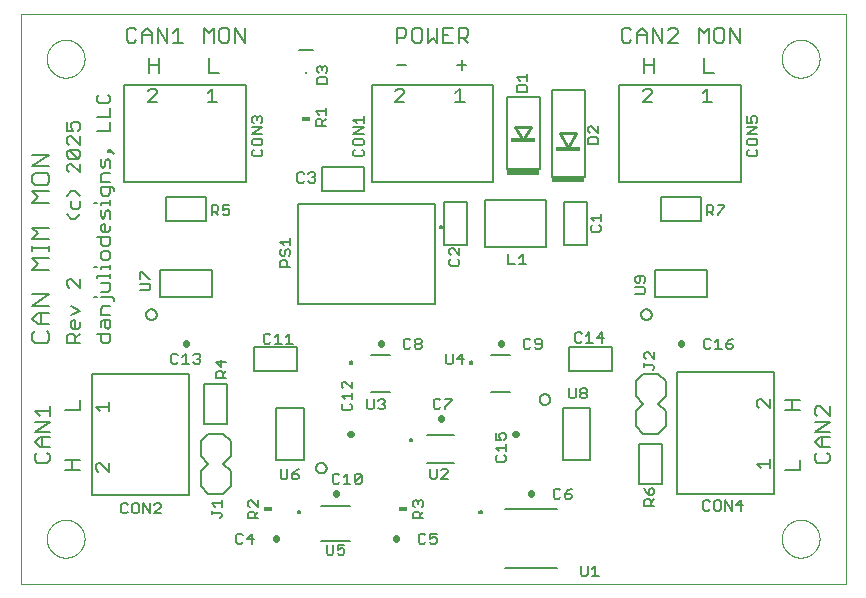
<source format=gto>
G75*
%MOIN*%
%OFA0B0*%
%FSLAX25Y25*%
%IPPOS*%
%LPD*%
%AMOC8*
5,1,8,0,0,1.08239X$1,22.5*
%
%ADD10C,0.00000*%
%ADD11C,0.00700*%
%ADD12C,0.00800*%
%ADD13C,0.00600*%
%ADD14C,0.00500*%
%ADD15C,0.02200*%
%ADD16C,0.01000*%
%ADD17R,0.08268X0.01181*%
%ADD18R,0.11024X0.01969*%
%ADD19R,0.11024X0.01575*%
%ADD20R,0.00787X0.00787*%
%ADD21C,0.00787*%
%ADD22R,0.03000X0.01800*%
D10*
X0001600Y0003690D02*
X0001600Y0193690D01*
X0276600Y0193690D01*
X0276600Y0003690D01*
X0001600Y0003690D01*
X0010301Y0018690D02*
X0010303Y0018848D01*
X0010309Y0019006D01*
X0010319Y0019164D01*
X0010333Y0019322D01*
X0010351Y0019479D01*
X0010372Y0019636D01*
X0010398Y0019792D01*
X0010428Y0019948D01*
X0010461Y0020103D01*
X0010499Y0020256D01*
X0010540Y0020409D01*
X0010585Y0020561D01*
X0010634Y0020712D01*
X0010687Y0020861D01*
X0010743Y0021009D01*
X0010803Y0021155D01*
X0010867Y0021300D01*
X0010935Y0021443D01*
X0011006Y0021585D01*
X0011080Y0021725D01*
X0011158Y0021862D01*
X0011240Y0021998D01*
X0011324Y0022132D01*
X0011413Y0022263D01*
X0011504Y0022392D01*
X0011599Y0022519D01*
X0011696Y0022644D01*
X0011797Y0022766D01*
X0011901Y0022885D01*
X0012008Y0023002D01*
X0012118Y0023116D01*
X0012231Y0023227D01*
X0012346Y0023336D01*
X0012464Y0023441D01*
X0012585Y0023543D01*
X0012708Y0023643D01*
X0012834Y0023739D01*
X0012962Y0023832D01*
X0013092Y0023922D01*
X0013225Y0024008D01*
X0013360Y0024092D01*
X0013496Y0024171D01*
X0013635Y0024248D01*
X0013776Y0024320D01*
X0013918Y0024390D01*
X0014062Y0024455D01*
X0014208Y0024517D01*
X0014355Y0024575D01*
X0014504Y0024630D01*
X0014654Y0024681D01*
X0014805Y0024728D01*
X0014957Y0024771D01*
X0015110Y0024810D01*
X0015265Y0024846D01*
X0015420Y0024877D01*
X0015576Y0024905D01*
X0015732Y0024929D01*
X0015889Y0024949D01*
X0016047Y0024965D01*
X0016204Y0024977D01*
X0016363Y0024985D01*
X0016521Y0024989D01*
X0016679Y0024989D01*
X0016837Y0024985D01*
X0016996Y0024977D01*
X0017153Y0024965D01*
X0017311Y0024949D01*
X0017468Y0024929D01*
X0017624Y0024905D01*
X0017780Y0024877D01*
X0017935Y0024846D01*
X0018090Y0024810D01*
X0018243Y0024771D01*
X0018395Y0024728D01*
X0018546Y0024681D01*
X0018696Y0024630D01*
X0018845Y0024575D01*
X0018992Y0024517D01*
X0019138Y0024455D01*
X0019282Y0024390D01*
X0019424Y0024320D01*
X0019565Y0024248D01*
X0019704Y0024171D01*
X0019840Y0024092D01*
X0019975Y0024008D01*
X0020108Y0023922D01*
X0020238Y0023832D01*
X0020366Y0023739D01*
X0020492Y0023643D01*
X0020615Y0023543D01*
X0020736Y0023441D01*
X0020854Y0023336D01*
X0020969Y0023227D01*
X0021082Y0023116D01*
X0021192Y0023002D01*
X0021299Y0022885D01*
X0021403Y0022766D01*
X0021504Y0022644D01*
X0021601Y0022519D01*
X0021696Y0022392D01*
X0021787Y0022263D01*
X0021876Y0022132D01*
X0021960Y0021998D01*
X0022042Y0021862D01*
X0022120Y0021725D01*
X0022194Y0021585D01*
X0022265Y0021443D01*
X0022333Y0021300D01*
X0022397Y0021155D01*
X0022457Y0021009D01*
X0022513Y0020861D01*
X0022566Y0020712D01*
X0022615Y0020561D01*
X0022660Y0020409D01*
X0022701Y0020256D01*
X0022739Y0020103D01*
X0022772Y0019948D01*
X0022802Y0019792D01*
X0022828Y0019636D01*
X0022849Y0019479D01*
X0022867Y0019322D01*
X0022881Y0019164D01*
X0022891Y0019006D01*
X0022897Y0018848D01*
X0022899Y0018690D01*
X0022897Y0018532D01*
X0022891Y0018374D01*
X0022881Y0018216D01*
X0022867Y0018058D01*
X0022849Y0017901D01*
X0022828Y0017744D01*
X0022802Y0017588D01*
X0022772Y0017432D01*
X0022739Y0017277D01*
X0022701Y0017124D01*
X0022660Y0016971D01*
X0022615Y0016819D01*
X0022566Y0016668D01*
X0022513Y0016519D01*
X0022457Y0016371D01*
X0022397Y0016225D01*
X0022333Y0016080D01*
X0022265Y0015937D01*
X0022194Y0015795D01*
X0022120Y0015655D01*
X0022042Y0015518D01*
X0021960Y0015382D01*
X0021876Y0015248D01*
X0021787Y0015117D01*
X0021696Y0014988D01*
X0021601Y0014861D01*
X0021504Y0014736D01*
X0021403Y0014614D01*
X0021299Y0014495D01*
X0021192Y0014378D01*
X0021082Y0014264D01*
X0020969Y0014153D01*
X0020854Y0014044D01*
X0020736Y0013939D01*
X0020615Y0013837D01*
X0020492Y0013737D01*
X0020366Y0013641D01*
X0020238Y0013548D01*
X0020108Y0013458D01*
X0019975Y0013372D01*
X0019840Y0013288D01*
X0019704Y0013209D01*
X0019565Y0013132D01*
X0019424Y0013060D01*
X0019282Y0012990D01*
X0019138Y0012925D01*
X0018992Y0012863D01*
X0018845Y0012805D01*
X0018696Y0012750D01*
X0018546Y0012699D01*
X0018395Y0012652D01*
X0018243Y0012609D01*
X0018090Y0012570D01*
X0017935Y0012534D01*
X0017780Y0012503D01*
X0017624Y0012475D01*
X0017468Y0012451D01*
X0017311Y0012431D01*
X0017153Y0012415D01*
X0016996Y0012403D01*
X0016837Y0012395D01*
X0016679Y0012391D01*
X0016521Y0012391D01*
X0016363Y0012395D01*
X0016204Y0012403D01*
X0016047Y0012415D01*
X0015889Y0012431D01*
X0015732Y0012451D01*
X0015576Y0012475D01*
X0015420Y0012503D01*
X0015265Y0012534D01*
X0015110Y0012570D01*
X0014957Y0012609D01*
X0014805Y0012652D01*
X0014654Y0012699D01*
X0014504Y0012750D01*
X0014355Y0012805D01*
X0014208Y0012863D01*
X0014062Y0012925D01*
X0013918Y0012990D01*
X0013776Y0013060D01*
X0013635Y0013132D01*
X0013496Y0013209D01*
X0013360Y0013288D01*
X0013225Y0013372D01*
X0013092Y0013458D01*
X0012962Y0013548D01*
X0012834Y0013641D01*
X0012708Y0013737D01*
X0012585Y0013837D01*
X0012464Y0013939D01*
X0012346Y0014044D01*
X0012231Y0014153D01*
X0012118Y0014264D01*
X0012008Y0014378D01*
X0011901Y0014495D01*
X0011797Y0014614D01*
X0011696Y0014736D01*
X0011599Y0014861D01*
X0011504Y0014988D01*
X0011413Y0015117D01*
X0011324Y0015248D01*
X0011240Y0015382D01*
X0011158Y0015518D01*
X0011080Y0015655D01*
X0011006Y0015795D01*
X0010935Y0015937D01*
X0010867Y0016080D01*
X0010803Y0016225D01*
X0010743Y0016371D01*
X0010687Y0016519D01*
X0010634Y0016668D01*
X0010585Y0016819D01*
X0010540Y0016971D01*
X0010499Y0017124D01*
X0010461Y0017277D01*
X0010428Y0017432D01*
X0010398Y0017588D01*
X0010372Y0017744D01*
X0010351Y0017901D01*
X0010333Y0018058D01*
X0010319Y0018216D01*
X0010309Y0018374D01*
X0010303Y0018532D01*
X0010301Y0018690D01*
X0010301Y0178690D02*
X0010303Y0178848D01*
X0010309Y0179006D01*
X0010319Y0179164D01*
X0010333Y0179322D01*
X0010351Y0179479D01*
X0010372Y0179636D01*
X0010398Y0179792D01*
X0010428Y0179948D01*
X0010461Y0180103D01*
X0010499Y0180256D01*
X0010540Y0180409D01*
X0010585Y0180561D01*
X0010634Y0180712D01*
X0010687Y0180861D01*
X0010743Y0181009D01*
X0010803Y0181155D01*
X0010867Y0181300D01*
X0010935Y0181443D01*
X0011006Y0181585D01*
X0011080Y0181725D01*
X0011158Y0181862D01*
X0011240Y0181998D01*
X0011324Y0182132D01*
X0011413Y0182263D01*
X0011504Y0182392D01*
X0011599Y0182519D01*
X0011696Y0182644D01*
X0011797Y0182766D01*
X0011901Y0182885D01*
X0012008Y0183002D01*
X0012118Y0183116D01*
X0012231Y0183227D01*
X0012346Y0183336D01*
X0012464Y0183441D01*
X0012585Y0183543D01*
X0012708Y0183643D01*
X0012834Y0183739D01*
X0012962Y0183832D01*
X0013092Y0183922D01*
X0013225Y0184008D01*
X0013360Y0184092D01*
X0013496Y0184171D01*
X0013635Y0184248D01*
X0013776Y0184320D01*
X0013918Y0184390D01*
X0014062Y0184455D01*
X0014208Y0184517D01*
X0014355Y0184575D01*
X0014504Y0184630D01*
X0014654Y0184681D01*
X0014805Y0184728D01*
X0014957Y0184771D01*
X0015110Y0184810D01*
X0015265Y0184846D01*
X0015420Y0184877D01*
X0015576Y0184905D01*
X0015732Y0184929D01*
X0015889Y0184949D01*
X0016047Y0184965D01*
X0016204Y0184977D01*
X0016363Y0184985D01*
X0016521Y0184989D01*
X0016679Y0184989D01*
X0016837Y0184985D01*
X0016996Y0184977D01*
X0017153Y0184965D01*
X0017311Y0184949D01*
X0017468Y0184929D01*
X0017624Y0184905D01*
X0017780Y0184877D01*
X0017935Y0184846D01*
X0018090Y0184810D01*
X0018243Y0184771D01*
X0018395Y0184728D01*
X0018546Y0184681D01*
X0018696Y0184630D01*
X0018845Y0184575D01*
X0018992Y0184517D01*
X0019138Y0184455D01*
X0019282Y0184390D01*
X0019424Y0184320D01*
X0019565Y0184248D01*
X0019704Y0184171D01*
X0019840Y0184092D01*
X0019975Y0184008D01*
X0020108Y0183922D01*
X0020238Y0183832D01*
X0020366Y0183739D01*
X0020492Y0183643D01*
X0020615Y0183543D01*
X0020736Y0183441D01*
X0020854Y0183336D01*
X0020969Y0183227D01*
X0021082Y0183116D01*
X0021192Y0183002D01*
X0021299Y0182885D01*
X0021403Y0182766D01*
X0021504Y0182644D01*
X0021601Y0182519D01*
X0021696Y0182392D01*
X0021787Y0182263D01*
X0021876Y0182132D01*
X0021960Y0181998D01*
X0022042Y0181862D01*
X0022120Y0181725D01*
X0022194Y0181585D01*
X0022265Y0181443D01*
X0022333Y0181300D01*
X0022397Y0181155D01*
X0022457Y0181009D01*
X0022513Y0180861D01*
X0022566Y0180712D01*
X0022615Y0180561D01*
X0022660Y0180409D01*
X0022701Y0180256D01*
X0022739Y0180103D01*
X0022772Y0179948D01*
X0022802Y0179792D01*
X0022828Y0179636D01*
X0022849Y0179479D01*
X0022867Y0179322D01*
X0022881Y0179164D01*
X0022891Y0179006D01*
X0022897Y0178848D01*
X0022899Y0178690D01*
X0022897Y0178532D01*
X0022891Y0178374D01*
X0022881Y0178216D01*
X0022867Y0178058D01*
X0022849Y0177901D01*
X0022828Y0177744D01*
X0022802Y0177588D01*
X0022772Y0177432D01*
X0022739Y0177277D01*
X0022701Y0177124D01*
X0022660Y0176971D01*
X0022615Y0176819D01*
X0022566Y0176668D01*
X0022513Y0176519D01*
X0022457Y0176371D01*
X0022397Y0176225D01*
X0022333Y0176080D01*
X0022265Y0175937D01*
X0022194Y0175795D01*
X0022120Y0175655D01*
X0022042Y0175518D01*
X0021960Y0175382D01*
X0021876Y0175248D01*
X0021787Y0175117D01*
X0021696Y0174988D01*
X0021601Y0174861D01*
X0021504Y0174736D01*
X0021403Y0174614D01*
X0021299Y0174495D01*
X0021192Y0174378D01*
X0021082Y0174264D01*
X0020969Y0174153D01*
X0020854Y0174044D01*
X0020736Y0173939D01*
X0020615Y0173837D01*
X0020492Y0173737D01*
X0020366Y0173641D01*
X0020238Y0173548D01*
X0020108Y0173458D01*
X0019975Y0173372D01*
X0019840Y0173288D01*
X0019704Y0173209D01*
X0019565Y0173132D01*
X0019424Y0173060D01*
X0019282Y0172990D01*
X0019138Y0172925D01*
X0018992Y0172863D01*
X0018845Y0172805D01*
X0018696Y0172750D01*
X0018546Y0172699D01*
X0018395Y0172652D01*
X0018243Y0172609D01*
X0018090Y0172570D01*
X0017935Y0172534D01*
X0017780Y0172503D01*
X0017624Y0172475D01*
X0017468Y0172451D01*
X0017311Y0172431D01*
X0017153Y0172415D01*
X0016996Y0172403D01*
X0016837Y0172395D01*
X0016679Y0172391D01*
X0016521Y0172391D01*
X0016363Y0172395D01*
X0016204Y0172403D01*
X0016047Y0172415D01*
X0015889Y0172431D01*
X0015732Y0172451D01*
X0015576Y0172475D01*
X0015420Y0172503D01*
X0015265Y0172534D01*
X0015110Y0172570D01*
X0014957Y0172609D01*
X0014805Y0172652D01*
X0014654Y0172699D01*
X0014504Y0172750D01*
X0014355Y0172805D01*
X0014208Y0172863D01*
X0014062Y0172925D01*
X0013918Y0172990D01*
X0013776Y0173060D01*
X0013635Y0173132D01*
X0013496Y0173209D01*
X0013360Y0173288D01*
X0013225Y0173372D01*
X0013092Y0173458D01*
X0012962Y0173548D01*
X0012834Y0173641D01*
X0012708Y0173737D01*
X0012585Y0173837D01*
X0012464Y0173939D01*
X0012346Y0174044D01*
X0012231Y0174153D01*
X0012118Y0174264D01*
X0012008Y0174378D01*
X0011901Y0174495D01*
X0011797Y0174614D01*
X0011696Y0174736D01*
X0011599Y0174861D01*
X0011504Y0174988D01*
X0011413Y0175117D01*
X0011324Y0175248D01*
X0011240Y0175382D01*
X0011158Y0175518D01*
X0011080Y0175655D01*
X0011006Y0175795D01*
X0010935Y0175937D01*
X0010867Y0176080D01*
X0010803Y0176225D01*
X0010743Y0176371D01*
X0010687Y0176519D01*
X0010634Y0176668D01*
X0010585Y0176819D01*
X0010540Y0176971D01*
X0010499Y0177124D01*
X0010461Y0177277D01*
X0010428Y0177432D01*
X0010398Y0177588D01*
X0010372Y0177744D01*
X0010351Y0177901D01*
X0010333Y0178058D01*
X0010319Y0178216D01*
X0010309Y0178374D01*
X0010303Y0178532D01*
X0010301Y0178690D01*
X0255301Y0178690D02*
X0255303Y0178848D01*
X0255309Y0179006D01*
X0255319Y0179164D01*
X0255333Y0179322D01*
X0255351Y0179479D01*
X0255372Y0179636D01*
X0255398Y0179792D01*
X0255428Y0179948D01*
X0255461Y0180103D01*
X0255499Y0180256D01*
X0255540Y0180409D01*
X0255585Y0180561D01*
X0255634Y0180712D01*
X0255687Y0180861D01*
X0255743Y0181009D01*
X0255803Y0181155D01*
X0255867Y0181300D01*
X0255935Y0181443D01*
X0256006Y0181585D01*
X0256080Y0181725D01*
X0256158Y0181862D01*
X0256240Y0181998D01*
X0256324Y0182132D01*
X0256413Y0182263D01*
X0256504Y0182392D01*
X0256599Y0182519D01*
X0256696Y0182644D01*
X0256797Y0182766D01*
X0256901Y0182885D01*
X0257008Y0183002D01*
X0257118Y0183116D01*
X0257231Y0183227D01*
X0257346Y0183336D01*
X0257464Y0183441D01*
X0257585Y0183543D01*
X0257708Y0183643D01*
X0257834Y0183739D01*
X0257962Y0183832D01*
X0258092Y0183922D01*
X0258225Y0184008D01*
X0258360Y0184092D01*
X0258496Y0184171D01*
X0258635Y0184248D01*
X0258776Y0184320D01*
X0258918Y0184390D01*
X0259062Y0184455D01*
X0259208Y0184517D01*
X0259355Y0184575D01*
X0259504Y0184630D01*
X0259654Y0184681D01*
X0259805Y0184728D01*
X0259957Y0184771D01*
X0260110Y0184810D01*
X0260265Y0184846D01*
X0260420Y0184877D01*
X0260576Y0184905D01*
X0260732Y0184929D01*
X0260889Y0184949D01*
X0261047Y0184965D01*
X0261204Y0184977D01*
X0261363Y0184985D01*
X0261521Y0184989D01*
X0261679Y0184989D01*
X0261837Y0184985D01*
X0261996Y0184977D01*
X0262153Y0184965D01*
X0262311Y0184949D01*
X0262468Y0184929D01*
X0262624Y0184905D01*
X0262780Y0184877D01*
X0262935Y0184846D01*
X0263090Y0184810D01*
X0263243Y0184771D01*
X0263395Y0184728D01*
X0263546Y0184681D01*
X0263696Y0184630D01*
X0263845Y0184575D01*
X0263992Y0184517D01*
X0264138Y0184455D01*
X0264282Y0184390D01*
X0264424Y0184320D01*
X0264565Y0184248D01*
X0264704Y0184171D01*
X0264840Y0184092D01*
X0264975Y0184008D01*
X0265108Y0183922D01*
X0265238Y0183832D01*
X0265366Y0183739D01*
X0265492Y0183643D01*
X0265615Y0183543D01*
X0265736Y0183441D01*
X0265854Y0183336D01*
X0265969Y0183227D01*
X0266082Y0183116D01*
X0266192Y0183002D01*
X0266299Y0182885D01*
X0266403Y0182766D01*
X0266504Y0182644D01*
X0266601Y0182519D01*
X0266696Y0182392D01*
X0266787Y0182263D01*
X0266876Y0182132D01*
X0266960Y0181998D01*
X0267042Y0181862D01*
X0267120Y0181725D01*
X0267194Y0181585D01*
X0267265Y0181443D01*
X0267333Y0181300D01*
X0267397Y0181155D01*
X0267457Y0181009D01*
X0267513Y0180861D01*
X0267566Y0180712D01*
X0267615Y0180561D01*
X0267660Y0180409D01*
X0267701Y0180256D01*
X0267739Y0180103D01*
X0267772Y0179948D01*
X0267802Y0179792D01*
X0267828Y0179636D01*
X0267849Y0179479D01*
X0267867Y0179322D01*
X0267881Y0179164D01*
X0267891Y0179006D01*
X0267897Y0178848D01*
X0267899Y0178690D01*
X0267897Y0178532D01*
X0267891Y0178374D01*
X0267881Y0178216D01*
X0267867Y0178058D01*
X0267849Y0177901D01*
X0267828Y0177744D01*
X0267802Y0177588D01*
X0267772Y0177432D01*
X0267739Y0177277D01*
X0267701Y0177124D01*
X0267660Y0176971D01*
X0267615Y0176819D01*
X0267566Y0176668D01*
X0267513Y0176519D01*
X0267457Y0176371D01*
X0267397Y0176225D01*
X0267333Y0176080D01*
X0267265Y0175937D01*
X0267194Y0175795D01*
X0267120Y0175655D01*
X0267042Y0175518D01*
X0266960Y0175382D01*
X0266876Y0175248D01*
X0266787Y0175117D01*
X0266696Y0174988D01*
X0266601Y0174861D01*
X0266504Y0174736D01*
X0266403Y0174614D01*
X0266299Y0174495D01*
X0266192Y0174378D01*
X0266082Y0174264D01*
X0265969Y0174153D01*
X0265854Y0174044D01*
X0265736Y0173939D01*
X0265615Y0173837D01*
X0265492Y0173737D01*
X0265366Y0173641D01*
X0265238Y0173548D01*
X0265108Y0173458D01*
X0264975Y0173372D01*
X0264840Y0173288D01*
X0264704Y0173209D01*
X0264565Y0173132D01*
X0264424Y0173060D01*
X0264282Y0172990D01*
X0264138Y0172925D01*
X0263992Y0172863D01*
X0263845Y0172805D01*
X0263696Y0172750D01*
X0263546Y0172699D01*
X0263395Y0172652D01*
X0263243Y0172609D01*
X0263090Y0172570D01*
X0262935Y0172534D01*
X0262780Y0172503D01*
X0262624Y0172475D01*
X0262468Y0172451D01*
X0262311Y0172431D01*
X0262153Y0172415D01*
X0261996Y0172403D01*
X0261837Y0172395D01*
X0261679Y0172391D01*
X0261521Y0172391D01*
X0261363Y0172395D01*
X0261204Y0172403D01*
X0261047Y0172415D01*
X0260889Y0172431D01*
X0260732Y0172451D01*
X0260576Y0172475D01*
X0260420Y0172503D01*
X0260265Y0172534D01*
X0260110Y0172570D01*
X0259957Y0172609D01*
X0259805Y0172652D01*
X0259654Y0172699D01*
X0259504Y0172750D01*
X0259355Y0172805D01*
X0259208Y0172863D01*
X0259062Y0172925D01*
X0258918Y0172990D01*
X0258776Y0173060D01*
X0258635Y0173132D01*
X0258496Y0173209D01*
X0258360Y0173288D01*
X0258225Y0173372D01*
X0258092Y0173458D01*
X0257962Y0173548D01*
X0257834Y0173641D01*
X0257708Y0173737D01*
X0257585Y0173837D01*
X0257464Y0173939D01*
X0257346Y0174044D01*
X0257231Y0174153D01*
X0257118Y0174264D01*
X0257008Y0174378D01*
X0256901Y0174495D01*
X0256797Y0174614D01*
X0256696Y0174736D01*
X0256599Y0174861D01*
X0256504Y0174988D01*
X0256413Y0175117D01*
X0256324Y0175248D01*
X0256240Y0175382D01*
X0256158Y0175518D01*
X0256080Y0175655D01*
X0256006Y0175795D01*
X0255935Y0175937D01*
X0255867Y0176080D01*
X0255803Y0176225D01*
X0255743Y0176371D01*
X0255687Y0176519D01*
X0255634Y0176668D01*
X0255585Y0176819D01*
X0255540Y0176971D01*
X0255499Y0177124D01*
X0255461Y0177277D01*
X0255428Y0177432D01*
X0255398Y0177588D01*
X0255372Y0177744D01*
X0255351Y0177901D01*
X0255333Y0178058D01*
X0255319Y0178216D01*
X0255309Y0178374D01*
X0255303Y0178532D01*
X0255301Y0178690D01*
X0255301Y0018690D02*
X0255303Y0018848D01*
X0255309Y0019006D01*
X0255319Y0019164D01*
X0255333Y0019322D01*
X0255351Y0019479D01*
X0255372Y0019636D01*
X0255398Y0019792D01*
X0255428Y0019948D01*
X0255461Y0020103D01*
X0255499Y0020256D01*
X0255540Y0020409D01*
X0255585Y0020561D01*
X0255634Y0020712D01*
X0255687Y0020861D01*
X0255743Y0021009D01*
X0255803Y0021155D01*
X0255867Y0021300D01*
X0255935Y0021443D01*
X0256006Y0021585D01*
X0256080Y0021725D01*
X0256158Y0021862D01*
X0256240Y0021998D01*
X0256324Y0022132D01*
X0256413Y0022263D01*
X0256504Y0022392D01*
X0256599Y0022519D01*
X0256696Y0022644D01*
X0256797Y0022766D01*
X0256901Y0022885D01*
X0257008Y0023002D01*
X0257118Y0023116D01*
X0257231Y0023227D01*
X0257346Y0023336D01*
X0257464Y0023441D01*
X0257585Y0023543D01*
X0257708Y0023643D01*
X0257834Y0023739D01*
X0257962Y0023832D01*
X0258092Y0023922D01*
X0258225Y0024008D01*
X0258360Y0024092D01*
X0258496Y0024171D01*
X0258635Y0024248D01*
X0258776Y0024320D01*
X0258918Y0024390D01*
X0259062Y0024455D01*
X0259208Y0024517D01*
X0259355Y0024575D01*
X0259504Y0024630D01*
X0259654Y0024681D01*
X0259805Y0024728D01*
X0259957Y0024771D01*
X0260110Y0024810D01*
X0260265Y0024846D01*
X0260420Y0024877D01*
X0260576Y0024905D01*
X0260732Y0024929D01*
X0260889Y0024949D01*
X0261047Y0024965D01*
X0261204Y0024977D01*
X0261363Y0024985D01*
X0261521Y0024989D01*
X0261679Y0024989D01*
X0261837Y0024985D01*
X0261996Y0024977D01*
X0262153Y0024965D01*
X0262311Y0024949D01*
X0262468Y0024929D01*
X0262624Y0024905D01*
X0262780Y0024877D01*
X0262935Y0024846D01*
X0263090Y0024810D01*
X0263243Y0024771D01*
X0263395Y0024728D01*
X0263546Y0024681D01*
X0263696Y0024630D01*
X0263845Y0024575D01*
X0263992Y0024517D01*
X0264138Y0024455D01*
X0264282Y0024390D01*
X0264424Y0024320D01*
X0264565Y0024248D01*
X0264704Y0024171D01*
X0264840Y0024092D01*
X0264975Y0024008D01*
X0265108Y0023922D01*
X0265238Y0023832D01*
X0265366Y0023739D01*
X0265492Y0023643D01*
X0265615Y0023543D01*
X0265736Y0023441D01*
X0265854Y0023336D01*
X0265969Y0023227D01*
X0266082Y0023116D01*
X0266192Y0023002D01*
X0266299Y0022885D01*
X0266403Y0022766D01*
X0266504Y0022644D01*
X0266601Y0022519D01*
X0266696Y0022392D01*
X0266787Y0022263D01*
X0266876Y0022132D01*
X0266960Y0021998D01*
X0267042Y0021862D01*
X0267120Y0021725D01*
X0267194Y0021585D01*
X0267265Y0021443D01*
X0267333Y0021300D01*
X0267397Y0021155D01*
X0267457Y0021009D01*
X0267513Y0020861D01*
X0267566Y0020712D01*
X0267615Y0020561D01*
X0267660Y0020409D01*
X0267701Y0020256D01*
X0267739Y0020103D01*
X0267772Y0019948D01*
X0267802Y0019792D01*
X0267828Y0019636D01*
X0267849Y0019479D01*
X0267867Y0019322D01*
X0267881Y0019164D01*
X0267891Y0019006D01*
X0267897Y0018848D01*
X0267899Y0018690D01*
X0267897Y0018532D01*
X0267891Y0018374D01*
X0267881Y0018216D01*
X0267867Y0018058D01*
X0267849Y0017901D01*
X0267828Y0017744D01*
X0267802Y0017588D01*
X0267772Y0017432D01*
X0267739Y0017277D01*
X0267701Y0017124D01*
X0267660Y0016971D01*
X0267615Y0016819D01*
X0267566Y0016668D01*
X0267513Y0016519D01*
X0267457Y0016371D01*
X0267397Y0016225D01*
X0267333Y0016080D01*
X0267265Y0015937D01*
X0267194Y0015795D01*
X0267120Y0015655D01*
X0267042Y0015518D01*
X0266960Y0015382D01*
X0266876Y0015248D01*
X0266787Y0015117D01*
X0266696Y0014988D01*
X0266601Y0014861D01*
X0266504Y0014736D01*
X0266403Y0014614D01*
X0266299Y0014495D01*
X0266192Y0014378D01*
X0266082Y0014264D01*
X0265969Y0014153D01*
X0265854Y0014044D01*
X0265736Y0013939D01*
X0265615Y0013837D01*
X0265492Y0013737D01*
X0265366Y0013641D01*
X0265238Y0013548D01*
X0265108Y0013458D01*
X0264975Y0013372D01*
X0264840Y0013288D01*
X0264704Y0013209D01*
X0264565Y0013132D01*
X0264424Y0013060D01*
X0264282Y0012990D01*
X0264138Y0012925D01*
X0263992Y0012863D01*
X0263845Y0012805D01*
X0263696Y0012750D01*
X0263546Y0012699D01*
X0263395Y0012652D01*
X0263243Y0012609D01*
X0263090Y0012570D01*
X0262935Y0012534D01*
X0262780Y0012503D01*
X0262624Y0012475D01*
X0262468Y0012451D01*
X0262311Y0012431D01*
X0262153Y0012415D01*
X0261996Y0012403D01*
X0261837Y0012395D01*
X0261679Y0012391D01*
X0261521Y0012391D01*
X0261363Y0012395D01*
X0261204Y0012403D01*
X0261047Y0012415D01*
X0260889Y0012431D01*
X0260732Y0012451D01*
X0260576Y0012475D01*
X0260420Y0012503D01*
X0260265Y0012534D01*
X0260110Y0012570D01*
X0259957Y0012609D01*
X0259805Y0012652D01*
X0259654Y0012699D01*
X0259504Y0012750D01*
X0259355Y0012805D01*
X0259208Y0012863D01*
X0259062Y0012925D01*
X0258918Y0012990D01*
X0258776Y0013060D01*
X0258635Y0013132D01*
X0258496Y0013209D01*
X0258360Y0013288D01*
X0258225Y0013372D01*
X0258092Y0013458D01*
X0257962Y0013548D01*
X0257834Y0013641D01*
X0257708Y0013737D01*
X0257585Y0013837D01*
X0257464Y0013939D01*
X0257346Y0014044D01*
X0257231Y0014153D01*
X0257118Y0014264D01*
X0257008Y0014378D01*
X0256901Y0014495D01*
X0256797Y0014614D01*
X0256696Y0014736D01*
X0256599Y0014861D01*
X0256504Y0014988D01*
X0256413Y0015117D01*
X0256324Y0015248D01*
X0256240Y0015382D01*
X0256158Y0015518D01*
X0256080Y0015655D01*
X0256006Y0015795D01*
X0255935Y0015937D01*
X0255867Y0016080D01*
X0255803Y0016225D01*
X0255743Y0016371D01*
X0255687Y0016519D01*
X0255634Y0016668D01*
X0255585Y0016819D01*
X0255540Y0016971D01*
X0255499Y0017124D01*
X0255461Y0017277D01*
X0255428Y0017432D01*
X0255398Y0017588D01*
X0255372Y0017744D01*
X0255351Y0017901D01*
X0255333Y0018058D01*
X0255319Y0018216D01*
X0255309Y0018374D01*
X0255303Y0018532D01*
X0255301Y0018690D01*
D11*
X0256346Y0041540D02*
X0261250Y0041540D01*
X0261250Y0044810D01*
X0266346Y0044858D02*
X0267163Y0044040D01*
X0270433Y0044040D01*
X0271250Y0044858D01*
X0271250Y0046492D01*
X0270433Y0047310D01*
X0271250Y0049197D02*
X0267981Y0049197D01*
X0266346Y0050831D01*
X0267981Y0052466D01*
X0271250Y0052466D01*
X0271250Y0054353D02*
X0266346Y0054353D01*
X0271250Y0057623D01*
X0266346Y0057623D01*
X0267163Y0059509D02*
X0266346Y0060327D01*
X0266346Y0061962D01*
X0267163Y0062779D01*
X0267981Y0062779D01*
X0271250Y0059509D01*
X0271250Y0062779D01*
X0261250Y0061540D02*
X0256346Y0061540D01*
X0258798Y0061540D02*
X0258798Y0064810D01*
X0256346Y0064810D02*
X0261250Y0064810D01*
X0268798Y0052466D02*
X0268798Y0049197D01*
X0267163Y0047310D02*
X0266346Y0046492D01*
X0266346Y0044858D01*
X0232719Y0174040D02*
X0229450Y0174040D01*
X0229450Y0178944D01*
X0231001Y0184040D02*
X0231001Y0188944D01*
X0229367Y0187310D01*
X0227732Y0188944D01*
X0227732Y0184040D01*
X0232888Y0184858D02*
X0232888Y0188127D01*
X0233706Y0188944D01*
X0235340Y0188944D01*
X0236158Y0188127D01*
X0236158Y0184858D01*
X0235340Y0184040D01*
X0233706Y0184040D01*
X0232888Y0184858D01*
X0238045Y0184040D02*
X0238045Y0188944D01*
X0241314Y0184040D01*
X0241314Y0188944D01*
X0220689Y0188127D02*
X0220689Y0187310D01*
X0217419Y0184040D01*
X0220689Y0184040D01*
X0220689Y0188127D02*
X0219871Y0188944D01*
X0218237Y0188944D01*
X0217419Y0188127D01*
X0215532Y0188944D02*
X0215532Y0184040D01*
X0212263Y0188944D01*
X0212263Y0184040D01*
X0210376Y0184040D02*
X0210376Y0187310D01*
X0208741Y0188944D01*
X0207106Y0187310D01*
X0207106Y0184040D01*
X0205219Y0184858D02*
X0204402Y0184040D01*
X0202767Y0184040D01*
X0201950Y0184858D01*
X0201950Y0188127D01*
X0202767Y0188944D01*
X0204402Y0188944D01*
X0205219Y0188127D01*
X0207106Y0186492D02*
X0210376Y0186492D01*
X0209450Y0178944D02*
X0209450Y0174040D01*
X0209450Y0176492D02*
X0212719Y0176492D01*
X0212719Y0178944D02*
X0212719Y0174040D01*
X0150845Y0184040D02*
X0149210Y0185675D01*
X0150028Y0185675D02*
X0147576Y0185675D01*
X0147576Y0184040D02*
X0147576Y0188944D01*
X0150028Y0188944D01*
X0150845Y0188127D01*
X0150845Y0186492D01*
X0150028Y0185675D01*
X0145689Y0184040D02*
X0142419Y0184040D01*
X0142419Y0188944D01*
X0145689Y0188944D01*
X0144054Y0186492D02*
X0142419Y0186492D01*
X0140532Y0184040D02*
X0140532Y0188944D01*
X0137263Y0188944D02*
X0137263Y0184040D01*
X0138898Y0185675D01*
X0140532Y0184040D01*
X0135376Y0184858D02*
X0135376Y0188127D01*
X0134558Y0188944D01*
X0132924Y0188944D01*
X0132106Y0188127D01*
X0132106Y0184858D01*
X0132924Y0184040D01*
X0134558Y0184040D01*
X0135376Y0184858D01*
X0130219Y0186492D02*
X0130219Y0188127D01*
X0129402Y0188944D01*
X0126950Y0188944D01*
X0126950Y0184040D01*
X0126950Y0185675D02*
X0129402Y0185675D01*
X0130219Y0186492D01*
X0130219Y0176492D02*
X0126950Y0176492D01*
X0146950Y0176492D02*
X0150219Y0176492D01*
X0148585Y0174858D02*
X0148585Y0178127D01*
X0076314Y0184040D02*
X0076314Y0188944D01*
X0073045Y0188944D02*
X0076314Y0184040D01*
X0073045Y0184040D02*
X0073045Y0188944D01*
X0071158Y0188127D02*
X0070340Y0188944D01*
X0068706Y0188944D01*
X0067888Y0188127D01*
X0067888Y0184858D01*
X0068706Y0184040D01*
X0070340Y0184040D01*
X0071158Y0184858D01*
X0071158Y0188127D01*
X0066001Y0188944D02*
X0066001Y0184040D01*
X0062732Y0184040D02*
X0062732Y0188944D01*
X0064367Y0187310D01*
X0066001Y0188944D01*
X0055689Y0184040D02*
X0052419Y0184040D01*
X0054054Y0184040D02*
X0054054Y0188944D01*
X0052419Y0187310D01*
X0050532Y0188944D02*
X0050532Y0184040D01*
X0047263Y0188944D01*
X0047263Y0184040D01*
X0045376Y0184040D02*
X0045376Y0187310D01*
X0043741Y0188944D01*
X0042106Y0187310D01*
X0042106Y0184040D01*
X0040219Y0184858D02*
X0039402Y0184040D01*
X0037767Y0184040D01*
X0036950Y0184858D01*
X0036950Y0188127D01*
X0037767Y0188944D01*
X0039402Y0188944D01*
X0040219Y0188127D01*
X0042106Y0186492D02*
X0045376Y0186492D01*
X0044450Y0178944D02*
X0044450Y0174040D01*
X0044450Y0176492D02*
X0047719Y0176492D01*
X0047719Y0178944D02*
X0047719Y0174040D01*
X0064450Y0174040D02*
X0067719Y0174040D01*
X0064450Y0174040D02*
X0064450Y0178944D01*
X0021250Y0064810D02*
X0021250Y0061540D01*
X0016346Y0061540D01*
X0011250Y0061144D02*
X0006346Y0061144D01*
X0007981Y0059509D01*
X0006346Y0057623D02*
X0011250Y0057623D01*
X0006346Y0054353D01*
X0011250Y0054353D01*
X0011250Y0052466D02*
X0007981Y0052466D01*
X0006346Y0050831D01*
X0007981Y0049197D01*
X0011250Y0049197D01*
X0010433Y0047310D02*
X0011250Y0046492D01*
X0011250Y0044858D01*
X0010433Y0044040D01*
X0007163Y0044040D01*
X0006346Y0044858D01*
X0006346Y0046492D01*
X0007163Y0047310D01*
X0008798Y0049197D02*
X0008798Y0052466D01*
X0011250Y0059509D02*
X0011250Y0062779D01*
X0016346Y0044810D02*
X0021250Y0044810D01*
X0018798Y0044810D02*
X0018798Y0041540D01*
X0021250Y0041540D02*
X0016346Y0041540D01*
D12*
X0061600Y0041190D02*
X0061600Y0036190D01*
X0064100Y0033690D01*
X0069100Y0033690D01*
X0071600Y0036190D01*
X0071600Y0041190D01*
X0069100Y0043690D01*
X0071600Y0046190D01*
X0071600Y0051190D01*
X0069100Y0053690D01*
X0064100Y0053690D01*
X0061600Y0051190D01*
X0061600Y0046190D01*
X0064100Y0043690D01*
X0061600Y0041190D01*
X0011200Y0085058D02*
X0010233Y0084090D01*
X0006363Y0084090D01*
X0005395Y0085058D01*
X0005395Y0086993D01*
X0006363Y0087960D01*
X0007330Y0090167D02*
X0005395Y0092102D01*
X0007330Y0094037D01*
X0011200Y0094037D01*
X0011200Y0096245D02*
X0005395Y0096245D01*
X0011200Y0100115D01*
X0005395Y0100115D01*
X0008298Y0094037D02*
X0008298Y0090167D01*
X0007330Y0090167D02*
X0011200Y0090167D01*
X0010233Y0087960D02*
X0011200Y0086993D01*
X0011200Y0085058D01*
X0011200Y0108399D02*
X0005395Y0108399D01*
X0007330Y0110334D01*
X0005395Y0112269D01*
X0011200Y0112269D01*
X0011200Y0114476D02*
X0011200Y0116411D01*
X0011200Y0115444D02*
X0005395Y0115444D01*
X0005395Y0116411D02*
X0005395Y0114476D01*
X0005395Y0118528D02*
X0007330Y0120463D01*
X0005395Y0122398D01*
X0011200Y0122398D01*
X0011200Y0118528D02*
X0005395Y0118528D01*
X0005395Y0130682D02*
X0007330Y0132617D01*
X0005395Y0134552D01*
X0011200Y0134552D01*
X0010233Y0136759D02*
X0006363Y0136759D01*
X0005395Y0137727D01*
X0005395Y0139662D01*
X0006363Y0140629D01*
X0010233Y0140629D01*
X0011200Y0139662D01*
X0011200Y0137727D01*
X0010233Y0136759D01*
X0011200Y0142836D02*
X0005395Y0142836D01*
X0011200Y0146706D01*
X0005395Y0146706D01*
X0005395Y0130682D02*
X0011200Y0130682D01*
X0206600Y0071190D02*
X0206600Y0066190D01*
X0209100Y0063690D01*
X0206600Y0061190D01*
X0206600Y0056190D01*
X0209100Y0053690D01*
X0214100Y0053690D01*
X0216600Y0056190D01*
X0216600Y0061190D01*
X0214100Y0063690D01*
X0216600Y0066190D01*
X0216600Y0071190D01*
X0214100Y0073690D01*
X0209100Y0073690D01*
X0206600Y0071190D01*
D13*
X0209447Y0076075D02*
X0209447Y0077209D01*
X0209447Y0076642D02*
X0212283Y0076642D01*
X0212850Y0076075D01*
X0212850Y0075507D01*
X0212283Y0074940D01*
X0212850Y0078623D02*
X0210581Y0080892D01*
X0210014Y0080892D01*
X0209447Y0080325D01*
X0209447Y0079191D01*
X0210014Y0078623D01*
X0212850Y0078623D02*
X0212850Y0080892D01*
X0229351Y0082557D02*
X0229918Y0081990D01*
X0231052Y0081990D01*
X0231619Y0082557D01*
X0233034Y0081990D02*
X0235302Y0081990D01*
X0234168Y0081990D02*
X0234168Y0085393D01*
X0233034Y0084259D01*
X0231619Y0084826D02*
X0231052Y0085393D01*
X0229918Y0085393D01*
X0229351Y0084826D01*
X0229351Y0082557D01*
X0236717Y0082557D02*
X0237284Y0081990D01*
X0238418Y0081990D01*
X0238985Y0082557D01*
X0238985Y0083125D01*
X0238418Y0083692D01*
X0236717Y0083692D01*
X0236717Y0082557D01*
X0236717Y0083692D02*
X0237851Y0084826D01*
X0238985Y0085393D01*
X0209843Y0100807D02*
X0209843Y0101942D01*
X0209276Y0102509D01*
X0206440Y0102509D01*
X0207008Y0103923D02*
X0207575Y0103923D01*
X0208142Y0104491D01*
X0208142Y0106192D01*
X0209276Y0106192D02*
X0207008Y0106192D01*
X0206440Y0105625D01*
X0206440Y0104491D01*
X0207008Y0103923D01*
X0209276Y0103923D02*
X0209843Y0104491D01*
X0209843Y0105625D01*
X0209276Y0106192D01*
X0209843Y0100807D02*
X0209276Y0100240D01*
X0206440Y0100240D01*
X0195456Y0087446D02*
X0193754Y0085745D01*
X0196023Y0085745D01*
X0195456Y0084043D02*
X0195456Y0087446D01*
X0192340Y0084043D02*
X0190071Y0084043D01*
X0191205Y0084043D02*
X0191205Y0087446D01*
X0190071Y0086312D01*
X0188657Y0086879D02*
X0188089Y0087446D01*
X0186955Y0087446D01*
X0186388Y0086879D01*
X0186388Y0084611D01*
X0186955Y0084043D01*
X0188089Y0084043D01*
X0188657Y0084611D01*
X0175235Y0084826D02*
X0175235Y0082557D01*
X0174668Y0081990D01*
X0173534Y0081990D01*
X0172967Y0082557D01*
X0173534Y0083692D02*
X0175235Y0083692D01*
X0175235Y0084826D02*
X0174668Y0085393D01*
X0173534Y0085393D01*
X0172967Y0084826D01*
X0172967Y0084259D01*
X0173534Y0083692D01*
X0171552Y0084826D02*
X0170985Y0085393D01*
X0169851Y0085393D01*
X0169284Y0084826D01*
X0169284Y0082557D01*
X0169851Y0081990D01*
X0170985Y0081990D01*
X0171552Y0082557D01*
X0184400Y0068850D02*
X0184400Y0066014D01*
X0184967Y0065447D01*
X0186101Y0065447D01*
X0186669Y0066014D01*
X0186669Y0068850D01*
X0188083Y0068283D02*
X0188650Y0068850D01*
X0189785Y0068850D01*
X0190352Y0068283D01*
X0190352Y0067716D01*
X0189785Y0067148D01*
X0188650Y0067148D01*
X0188083Y0067716D01*
X0188083Y0068283D01*
X0188650Y0067148D02*
X0188083Y0066581D01*
X0188083Y0066014D01*
X0188650Y0065447D01*
X0189785Y0065447D01*
X0190352Y0066014D01*
X0190352Y0066581D01*
X0189785Y0067148D01*
X0163300Y0053308D02*
X0163300Y0052174D01*
X0162733Y0051607D01*
X0161599Y0051607D02*
X0161031Y0052741D01*
X0161031Y0053308D01*
X0161599Y0053875D01*
X0162733Y0053875D01*
X0163300Y0053308D01*
X0161599Y0051607D02*
X0159897Y0051607D01*
X0159897Y0053875D01*
X0159897Y0049058D02*
X0163300Y0049058D01*
X0163300Y0050192D02*
X0163300Y0047923D01*
X0162733Y0046509D02*
X0163300Y0045942D01*
X0163300Y0044807D01*
X0162733Y0044240D01*
X0160464Y0044240D01*
X0159897Y0044807D01*
X0159897Y0045942D01*
X0160464Y0046509D01*
X0161031Y0047923D02*
X0159897Y0049058D01*
X0143993Y0041482D02*
X0143993Y0040914D01*
X0141725Y0038646D01*
X0143993Y0038646D01*
X0140310Y0039213D02*
X0140310Y0042049D01*
X0141725Y0041482D02*
X0142292Y0042049D01*
X0143426Y0042049D01*
X0143993Y0041482D01*
X0140310Y0039213D02*
X0139743Y0038646D01*
X0138609Y0038646D01*
X0138042Y0039213D01*
X0138042Y0042049D01*
X0135233Y0031442D02*
X0135800Y0030875D01*
X0135800Y0029741D01*
X0135233Y0029173D01*
X0135800Y0027759D02*
X0134666Y0026625D01*
X0134666Y0027192D02*
X0134666Y0025490D01*
X0135800Y0025490D02*
X0132397Y0025490D01*
X0132397Y0027192D01*
X0132964Y0027759D01*
X0134099Y0027759D01*
X0134666Y0027192D01*
X0132964Y0029173D02*
X0132397Y0029741D01*
X0132397Y0030875D01*
X0132964Y0031442D01*
X0133531Y0031442D01*
X0134099Y0030875D01*
X0134666Y0031442D01*
X0135233Y0031442D01*
X0134099Y0030875D02*
X0134099Y0030308D01*
X0134851Y0020393D02*
X0134284Y0019826D01*
X0134284Y0017557D01*
X0134851Y0016990D01*
X0135985Y0016990D01*
X0136552Y0017557D01*
X0137967Y0017557D02*
X0138534Y0016990D01*
X0139668Y0016990D01*
X0140235Y0017557D01*
X0140235Y0018692D01*
X0139668Y0019259D01*
X0139101Y0019259D01*
X0137967Y0018692D01*
X0137967Y0020393D01*
X0140235Y0020393D01*
X0136552Y0019826D02*
X0135985Y0020393D01*
X0134851Y0020393D01*
X0115235Y0037557D02*
X0114668Y0036990D01*
X0113534Y0036990D01*
X0112967Y0037557D01*
X0115235Y0039826D01*
X0115235Y0037557D01*
X0112967Y0037557D02*
X0112967Y0039826D01*
X0113534Y0040393D01*
X0114668Y0040393D01*
X0115235Y0039826D01*
X0111552Y0036990D02*
X0109284Y0036990D01*
X0110418Y0036990D02*
X0110418Y0040393D01*
X0109284Y0039259D01*
X0107869Y0039826D02*
X0107302Y0040393D01*
X0106168Y0040393D01*
X0105601Y0039826D01*
X0105601Y0037557D01*
X0106168Y0036990D01*
X0107302Y0036990D01*
X0107869Y0037557D01*
X0094235Y0039101D02*
X0093668Y0038534D01*
X0092534Y0038534D01*
X0091967Y0039101D01*
X0091967Y0040235D01*
X0093668Y0040235D01*
X0094235Y0039668D01*
X0094235Y0039101D01*
X0093101Y0041369D02*
X0091967Y0040235D01*
X0093101Y0041369D02*
X0094235Y0041936D01*
X0090552Y0041936D02*
X0090552Y0039101D01*
X0089985Y0038534D01*
X0088851Y0038534D01*
X0088284Y0039101D01*
X0088284Y0041936D01*
X0080800Y0031442D02*
X0080800Y0029173D01*
X0078531Y0031442D01*
X0077964Y0031442D01*
X0077397Y0030875D01*
X0077397Y0029741D01*
X0077964Y0029173D01*
X0077964Y0027759D02*
X0079099Y0027759D01*
X0079666Y0027192D01*
X0079666Y0025490D01*
X0080800Y0025490D02*
X0077397Y0025490D01*
X0077397Y0027192D01*
X0077964Y0027759D01*
X0079666Y0026625D02*
X0080800Y0027759D01*
X0078785Y0020393D02*
X0077083Y0018692D01*
X0079352Y0018692D01*
X0078785Y0016990D02*
X0078785Y0020393D01*
X0075669Y0019826D02*
X0075101Y0020393D01*
X0073967Y0020393D01*
X0073400Y0019826D01*
X0073400Y0017557D01*
X0073967Y0016990D01*
X0075101Y0016990D01*
X0075669Y0017557D01*
X0068183Y0025674D02*
X0068750Y0026241D01*
X0068750Y0026808D01*
X0068183Y0027375D01*
X0065347Y0027375D01*
X0065347Y0026808D02*
X0065347Y0027943D01*
X0066481Y0029357D02*
X0065347Y0030491D01*
X0068750Y0030491D01*
X0068750Y0029357D02*
X0068750Y0031626D01*
X0048324Y0029976D02*
X0047757Y0030543D01*
X0046623Y0030543D01*
X0046056Y0029976D01*
X0044641Y0030543D02*
X0044641Y0027140D01*
X0042373Y0030543D01*
X0042373Y0027140D01*
X0040958Y0027707D02*
X0040958Y0029976D01*
X0040391Y0030543D01*
X0039257Y0030543D01*
X0038689Y0029976D01*
X0038689Y0027707D01*
X0039257Y0027140D01*
X0040391Y0027140D01*
X0040958Y0027707D01*
X0037275Y0027707D02*
X0036708Y0027140D01*
X0035573Y0027140D01*
X0035006Y0027707D01*
X0035006Y0029976D01*
X0035573Y0030543D01*
X0036708Y0030543D01*
X0037275Y0029976D01*
X0046056Y0027140D02*
X0048324Y0029408D01*
X0048324Y0029976D01*
X0048324Y0027140D02*
X0046056Y0027140D01*
X0103573Y0016675D02*
X0103573Y0013839D01*
X0104140Y0013272D01*
X0105275Y0013272D01*
X0105842Y0013839D01*
X0105842Y0016675D01*
X0107256Y0016675D02*
X0107256Y0014973D01*
X0108391Y0015540D01*
X0108958Y0015540D01*
X0109525Y0014973D01*
X0109525Y0013839D01*
X0108958Y0013272D01*
X0107824Y0013272D01*
X0107256Y0013839D01*
X0107256Y0016675D02*
X0109525Y0016675D01*
X0109214Y0061441D02*
X0111483Y0061441D01*
X0112050Y0062008D01*
X0112050Y0063142D01*
X0111483Y0063709D01*
X0112050Y0065124D02*
X0112050Y0067393D01*
X0112050Y0066258D02*
X0108647Y0066258D01*
X0109781Y0065124D01*
X0109214Y0063709D02*
X0108647Y0063142D01*
X0108647Y0062008D01*
X0109214Y0061441D01*
X0117126Y0062431D02*
X0117694Y0061864D01*
X0118828Y0061864D01*
X0119395Y0062431D01*
X0119395Y0065267D01*
X0120810Y0064700D02*
X0121377Y0065267D01*
X0122511Y0065267D01*
X0123078Y0064700D01*
X0123078Y0064133D01*
X0122511Y0063566D01*
X0123078Y0062999D01*
X0123078Y0062431D01*
X0122511Y0061864D01*
X0121377Y0061864D01*
X0120810Y0062431D01*
X0121944Y0063566D02*
X0122511Y0063566D01*
X0117126Y0062431D02*
X0117126Y0065267D01*
X0112050Y0068807D02*
X0109781Y0071076D01*
X0109214Y0071076D01*
X0108647Y0070509D01*
X0108647Y0069374D01*
X0109214Y0068807D01*
X0112050Y0068807D02*
X0112050Y0071076D01*
X0129284Y0082557D02*
X0129851Y0081990D01*
X0130985Y0081990D01*
X0131552Y0082557D01*
X0132967Y0082557D02*
X0132967Y0083125D01*
X0133534Y0083692D01*
X0134668Y0083692D01*
X0135235Y0083125D01*
X0135235Y0082557D01*
X0134668Y0081990D01*
X0133534Y0081990D01*
X0132967Y0082557D01*
X0133534Y0083692D02*
X0132967Y0084259D01*
X0132967Y0084826D01*
X0133534Y0085393D01*
X0134668Y0085393D01*
X0135235Y0084826D01*
X0135235Y0084259D01*
X0134668Y0083692D01*
X0131552Y0084826D02*
X0130985Y0085393D01*
X0129851Y0085393D01*
X0129284Y0084826D01*
X0129284Y0082557D01*
X0143376Y0080267D02*
X0143376Y0077431D01*
X0143944Y0076864D01*
X0145078Y0076864D01*
X0145645Y0077431D01*
X0145645Y0080267D01*
X0147060Y0078566D02*
X0149328Y0078566D01*
X0148761Y0076864D02*
X0148761Y0080267D01*
X0147060Y0078566D01*
X0145235Y0065393D02*
X0142967Y0065393D01*
X0141552Y0064826D02*
X0140985Y0065393D01*
X0139851Y0065393D01*
X0139284Y0064826D01*
X0139284Y0062557D01*
X0139851Y0061990D01*
X0140985Y0061990D01*
X0141552Y0062557D01*
X0142967Y0062557D02*
X0142967Y0061990D01*
X0142967Y0062557D02*
X0145235Y0064826D01*
X0145235Y0065393D01*
X0179284Y0034826D02*
X0179851Y0035393D01*
X0180985Y0035393D01*
X0181552Y0034826D01*
X0182967Y0033692D02*
X0184668Y0033692D01*
X0185235Y0033125D01*
X0185235Y0032557D01*
X0184668Y0031990D01*
X0183534Y0031990D01*
X0182967Y0032557D01*
X0182967Y0033692D01*
X0184101Y0034826D01*
X0185235Y0035393D01*
X0181552Y0032557D02*
X0180985Y0031990D01*
X0179851Y0031990D01*
X0179284Y0032557D01*
X0179284Y0034826D01*
X0209360Y0035495D02*
X0209927Y0034361D01*
X0211061Y0033227D01*
X0211061Y0034928D01*
X0211628Y0035495D01*
X0212195Y0035495D01*
X0212763Y0034928D01*
X0212763Y0033794D01*
X0212195Y0033227D01*
X0211061Y0033227D01*
X0211061Y0031812D02*
X0211628Y0031245D01*
X0211628Y0029543D01*
X0212763Y0029543D02*
X0209360Y0029543D01*
X0209360Y0031245D01*
X0209927Y0031812D01*
X0211061Y0031812D01*
X0211628Y0030678D02*
X0212763Y0031812D01*
X0229061Y0030926D02*
X0229061Y0028658D01*
X0229628Y0028091D01*
X0230763Y0028091D01*
X0231330Y0028658D01*
X0232744Y0028658D02*
X0233311Y0028091D01*
X0234446Y0028091D01*
X0235013Y0028658D01*
X0235013Y0030926D01*
X0234446Y0031494D01*
X0233311Y0031494D01*
X0232744Y0030926D01*
X0232744Y0028658D01*
X0231330Y0030926D02*
X0230763Y0031494D01*
X0229628Y0031494D01*
X0229061Y0030926D01*
X0236427Y0031494D02*
X0236427Y0028091D01*
X0238696Y0028091D02*
X0238696Y0031494D01*
X0240111Y0029792D02*
X0242379Y0029792D01*
X0241812Y0028091D02*
X0241812Y0031494D01*
X0240111Y0029792D01*
X0238696Y0028091D02*
X0236427Y0031494D01*
X0193125Y0009667D02*
X0193125Y0006264D01*
X0191991Y0006264D02*
X0194259Y0006264D01*
X0191991Y0008533D02*
X0193125Y0009667D01*
X0190576Y0009667D02*
X0190576Y0006831D01*
X0190009Y0006264D01*
X0188875Y0006264D01*
X0188307Y0006831D01*
X0188307Y0009667D01*
X0092247Y0083687D02*
X0089979Y0083687D01*
X0091113Y0083687D02*
X0091113Y0087090D01*
X0089979Y0085956D01*
X0087430Y0087090D02*
X0087430Y0083687D01*
X0086296Y0083687D02*
X0088564Y0083687D01*
X0084881Y0084254D02*
X0084314Y0083687D01*
X0083180Y0083687D01*
X0082613Y0084254D01*
X0082613Y0086523D01*
X0083180Y0087090D01*
X0084314Y0087090D01*
X0084881Y0086523D01*
X0086296Y0085956D02*
X0087430Y0087090D01*
X0070087Y0077705D02*
X0066684Y0077705D01*
X0068386Y0076004D01*
X0068386Y0078273D01*
X0068386Y0074589D02*
X0068953Y0074022D01*
X0068953Y0072321D01*
X0068953Y0073455D02*
X0070087Y0074589D01*
X0068386Y0074589D02*
X0067252Y0074589D01*
X0066684Y0074022D01*
X0066684Y0072321D01*
X0070087Y0072321D01*
X0061485Y0077557D02*
X0061485Y0078125D01*
X0060918Y0078692D01*
X0060351Y0078692D01*
X0060918Y0078692D02*
X0061485Y0079259D01*
X0061485Y0079826D01*
X0060918Y0080393D01*
X0059784Y0080393D01*
X0059217Y0079826D01*
X0059217Y0077557D02*
X0059784Y0076990D01*
X0060918Y0076990D01*
X0061485Y0077557D01*
X0057802Y0076990D02*
X0055534Y0076990D01*
X0056668Y0076990D02*
X0056668Y0080393D01*
X0055534Y0079259D01*
X0054119Y0079826D02*
X0053552Y0080393D01*
X0052418Y0080393D01*
X0051851Y0079826D01*
X0051851Y0077557D01*
X0052418Y0076990D01*
X0053552Y0076990D01*
X0054119Y0077557D01*
X0031300Y0084724D02*
X0030566Y0083990D01*
X0029098Y0083990D01*
X0028364Y0084724D01*
X0028364Y0086926D01*
X0026896Y0086926D02*
X0031300Y0086926D01*
X0031300Y0084724D01*
X0030566Y0088594D02*
X0029832Y0089328D01*
X0029832Y0091530D01*
X0029098Y0091530D02*
X0031300Y0091530D01*
X0031300Y0089328D01*
X0030566Y0088594D01*
X0028364Y0089328D02*
X0028364Y0090796D01*
X0029098Y0091530D01*
X0028364Y0093198D02*
X0028364Y0095400D01*
X0029098Y0096134D01*
X0031300Y0096134D01*
X0032768Y0097802D02*
X0032768Y0098536D01*
X0032034Y0099270D01*
X0028364Y0099270D01*
X0026896Y0099270D02*
X0026162Y0099270D01*
X0028364Y0100871D02*
X0030566Y0100871D01*
X0031300Y0101605D01*
X0031300Y0103807D01*
X0028364Y0103807D01*
X0026896Y0105475D02*
X0026896Y0106209D01*
X0031300Y0106209D01*
X0031300Y0105475D02*
X0031300Y0106943D01*
X0031300Y0108545D02*
X0031300Y0110012D01*
X0031300Y0109278D02*
X0028364Y0109278D01*
X0028364Y0108545D01*
X0026896Y0109278D02*
X0026162Y0109278D01*
X0029098Y0111614D02*
X0030566Y0111614D01*
X0031300Y0112348D01*
X0031300Y0113816D01*
X0030566Y0114550D01*
X0029098Y0114550D01*
X0028364Y0113816D01*
X0028364Y0112348D01*
X0029098Y0111614D01*
X0029098Y0116218D02*
X0028364Y0116952D01*
X0028364Y0119154D01*
X0026896Y0119154D02*
X0031300Y0119154D01*
X0031300Y0116952D01*
X0030566Y0116218D01*
X0029098Y0116218D01*
X0029098Y0120822D02*
X0028364Y0121556D01*
X0028364Y0123024D01*
X0029098Y0123758D01*
X0029832Y0123758D01*
X0029832Y0120822D01*
X0030566Y0120822D02*
X0029098Y0120822D01*
X0030566Y0120822D02*
X0031300Y0121556D01*
X0031300Y0123024D01*
X0031300Y0125426D02*
X0031300Y0127627D01*
X0030566Y0128361D01*
X0029832Y0127627D01*
X0029832Y0126160D01*
X0029098Y0125426D01*
X0028364Y0126160D01*
X0028364Y0128361D01*
X0028364Y0130030D02*
X0028364Y0130763D01*
X0031300Y0130763D01*
X0031300Y0130030D02*
X0031300Y0131497D01*
X0030566Y0133099D02*
X0031300Y0133833D01*
X0031300Y0136035D01*
X0032034Y0136035D02*
X0028364Y0136035D01*
X0028364Y0133833D01*
X0029098Y0133099D01*
X0030566Y0133099D01*
X0032768Y0134567D02*
X0032768Y0135301D01*
X0032034Y0136035D01*
X0031300Y0137703D02*
X0028364Y0137703D01*
X0028364Y0139905D01*
X0029098Y0140639D01*
X0031300Y0140639D01*
X0031300Y0142307D02*
X0031300Y0144509D01*
X0030566Y0145242D01*
X0029832Y0144509D01*
X0029832Y0143041D01*
X0029098Y0142307D01*
X0028364Y0143041D01*
X0028364Y0145242D01*
X0030566Y0147645D02*
X0031300Y0147645D01*
X0031300Y0148378D01*
X0030566Y0148378D01*
X0030566Y0147645D01*
X0031300Y0148378D02*
X0032768Y0146911D01*
X0031300Y0154584D02*
X0026896Y0154584D01*
X0031300Y0154584D02*
X0031300Y0157520D01*
X0031300Y0159188D02*
X0031300Y0162124D01*
X0030566Y0163792D02*
X0031300Y0164526D01*
X0031300Y0165993D01*
X0030566Y0166727D01*
X0027630Y0166727D02*
X0026896Y0165993D01*
X0026896Y0164526D01*
X0027630Y0163792D01*
X0030566Y0163792D01*
X0031300Y0159188D02*
X0026896Y0159188D01*
X0021300Y0156786D02*
X0021300Y0155318D01*
X0020566Y0154584D01*
X0019098Y0154584D02*
X0018364Y0156052D01*
X0018364Y0156786D01*
X0019098Y0157520D01*
X0020566Y0157520D01*
X0021300Y0156786D01*
X0019098Y0154584D02*
X0016896Y0154584D01*
X0016896Y0157520D01*
X0017630Y0152916D02*
X0016896Y0152182D01*
X0016896Y0150714D01*
X0017630Y0149980D01*
X0017630Y0148312D02*
X0020566Y0145376D01*
X0021300Y0146110D01*
X0021300Y0147578D01*
X0020566Y0148312D01*
X0017630Y0148312D01*
X0016896Y0147578D01*
X0016896Y0146110D01*
X0017630Y0145376D01*
X0020566Y0145376D01*
X0021300Y0143708D02*
X0021300Y0140772D01*
X0018364Y0143708D01*
X0017630Y0143708D01*
X0016896Y0142974D01*
X0016896Y0141506D01*
X0017630Y0140772D01*
X0018364Y0134567D02*
X0016896Y0133099D01*
X0018364Y0134567D02*
X0019832Y0134567D01*
X0021300Y0133099D01*
X0021300Y0131431D02*
X0021300Y0129229D01*
X0020566Y0128495D01*
X0019098Y0128495D01*
X0018364Y0129229D01*
X0018364Y0131431D01*
X0016896Y0126894D02*
X0018364Y0125426D01*
X0019832Y0125426D01*
X0021300Y0126894D01*
X0026162Y0130763D02*
X0026896Y0130763D01*
X0021300Y0149980D02*
X0018364Y0152916D01*
X0017630Y0152916D01*
X0021300Y0152916D02*
X0021300Y0149980D01*
X0065231Y0129856D02*
X0065231Y0126453D01*
X0065231Y0127587D02*
X0066932Y0127587D01*
X0067499Y0128154D01*
X0067499Y0129289D01*
X0066932Y0129856D01*
X0065231Y0129856D01*
X0066365Y0127587D02*
X0067499Y0126453D01*
X0068914Y0127020D02*
X0069481Y0126453D01*
X0070615Y0126453D01*
X0071182Y0127020D01*
X0071182Y0128154D01*
X0070615Y0128721D01*
X0070048Y0128721D01*
X0068914Y0128154D01*
X0068914Y0129856D01*
X0071182Y0129856D01*
X0088147Y0117691D02*
X0091550Y0117691D01*
X0091550Y0116557D02*
X0091550Y0118826D01*
X0089281Y0116557D02*
X0088147Y0117691D01*
X0088714Y0115143D02*
X0088147Y0114575D01*
X0088147Y0113441D01*
X0088714Y0112874D01*
X0089281Y0112874D01*
X0089849Y0113441D01*
X0089849Y0114575D01*
X0090416Y0115143D01*
X0090983Y0115143D01*
X0091550Y0114575D01*
X0091550Y0113441D01*
X0090983Y0112874D01*
X0089849Y0111459D02*
X0090416Y0110892D01*
X0090416Y0109191D01*
X0091550Y0109191D02*
X0088147Y0109191D01*
X0088147Y0110892D01*
X0088714Y0111459D01*
X0089849Y0111459D01*
X0094430Y0137437D02*
X0095564Y0137437D01*
X0096131Y0138004D01*
X0097546Y0138004D02*
X0098113Y0137437D01*
X0099247Y0137437D01*
X0099814Y0138004D01*
X0099814Y0138571D01*
X0099247Y0139139D01*
X0098680Y0139139D01*
X0099247Y0139139D02*
X0099814Y0139706D01*
X0099814Y0140273D01*
X0099247Y0140840D01*
X0098113Y0140840D01*
X0097546Y0140273D01*
X0096131Y0140273D02*
X0095564Y0140840D01*
X0094430Y0140840D01*
X0093863Y0140273D01*
X0093863Y0138004D01*
X0094430Y0137437D01*
X0082200Y0146719D02*
X0081632Y0146151D01*
X0079364Y0146151D01*
X0078797Y0146719D01*
X0078797Y0147853D01*
X0079364Y0148420D01*
X0079364Y0149835D02*
X0081632Y0149835D01*
X0082200Y0150402D01*
X0082200Y0151536D01*
X0081632Y0152103D01*
X0079364Y0152103D01*
X0078797Y0151536D01*
X0078797Y0150402D01*
X0079364Y0149835D01*
X0081632Y0148420D02*
X0082200Y0147853D01*
X0082200Y0146719D01*
X0082200Y0153518D02*
X0078797Y0153518D01*
X0082200Y0155786D01*
X0078797Y0155786D01*
X0079364Y0157201D02*
X0078797Y0157768D01*
X0078797Y0158902D01*
X0079364Y0159469D01*
X0079931Y0159469D01*
X0080498Y0158902D01*
X0081065Y0159469D01*
X0081632Y0159469D01*
X0082200Y0158902D01*
X0082200Y0157768D01*
X0081632Y0157201D01*
X0080498Y0158335D02*
X0080498Y0158902D01*
X0099897Y0158075D02*
X0100464Y0158643D01*
X0101599Y0158643D01*
X0102166Y0158075D01*
X0102166Y0156374D01*
X0103300Y0156374D02*
X0099897Y0156374D01*
X0099897Y0158075D01*
X0101031Y0160057D02*
X0099897Y0161191D01*
X0103300Y0161191D01*
X0103300Y0160057D02*
X0103300Y0162326D01*
X0103300Y0158643D02*
X0102166Y0157508D01*
X0112547Y0158335D02*
X0113681Y0157201D01*
X0112547Y0158335D02*
X0115950Y0158335D01*
X0115950Y0157201D02*
X0115950Y0159469D01*
X0115950Y0155786D02*
X0112547Y0155786D01*
X0112547Y0153518D02*
X0115950Y0155786D01*
X0115950Y0153518D02*
X0112547Y0153518D01*
X0113114Y0152103D02*
X0112547Y0151536D01*
X0112547Y0150402D01*
X0113114Y0149835D01*
X0115382Y0149835D01*
X0115950Y0150402D01*
X0115950Y0151536D01*
X0115382Y0152103D01*
X0113114Y0152103D01*
X0113114Y0148420D02*
X0112547Y0147853D01*
X0112547Y0146719D01*
X0113114Y0146151D01*
X0115382Y0146151D01*
X0115950Y0146719D01*
X0115950Y0147853D01*
X0115382Y0148420D01*
X0103800Y0170240D02*
X0100397Y0170240D01*
X0100397Y0171942D01*
X0100964Y0172509D01*
X0103233Y0172509D01*
X0103800Y0171942D01*
X0103800Y0170240D01*
X0103233Y0173923D02*
X0103800Y0174491D01*
X0103800Y0175625D01*
X0103233Y0176192D01*
X0102666Y0176192D01*
X0102099Y0175625D01*
X0102099Y0175058D01*
X0102099Y0175625D02*
X0101531Y0176192D01*
X0100964Y0176192D01*
X0100397Y0175625D01*
X0100397Y0174491D01*
X0100964Y0173923D01*
X0166919Y0172558D02*
X0170322Y0172558D01*
X0170322Y0173692D02*
X0170322Y0171423D01*
X0169755Y0170009D02*
X0167486Y0170009D01*
X0166919Y0169442D01*
X0166919Y0167740D01*
X0170322Y0167740D01*
X0170322Y0169442D01*
X0169755Y0170009D01*
X0168053Y0171423D02*
X0166919Y0172558D01*
X0190669Y0155625D02*
X0190669Y0154491D01*
X0191236Y0153923D01*
X0191236Y0152509D02*
X0190669Y0151942D01*
X0190669Y0150240D01*
X0194072Y0150240D01*
X0194072Y0151942D01*
X0193505Y0152509D01*
X0191236Y0152509D01*
X0190669Y0155625D02*
X0191236Y0156192D01*
X0191803Y0156192D01*
X0194072Y0153923D01*
X0194072Y0156192D01*
X0230231Y0129856D02*
X0231932Y0129856D01*
X0232499Y0129289D01*
X0232499Y0128154D01*
X0231932Y0127587D01*
X0230231Y0127587D01*
X0231365Y0127587D02*
X0232499Y0126453D01*
X0233914Y0126453D02*
X0233914Y0127020D01*
X0236182Y0129289D01*
X0236182Y0129856D01*
X0233914Y0129856D01*
X0230231Y0129856D02*
X0230231Y0126453D01*
X0244364Y0146151D02*
X0246632Y0146151D01*
X0247200Y0146719D01*
X0247200Y0147853D01*
X0246632Y0148420D01*
X0246632Y0149835D02*
X0247200Y0150402D01*
X0247200Y0151536D01*
X0246632Y0152103D01*
X0244364Y0152103D01*
X0243797Y0151536D01*
X0243797Y0150402D01*
X0244364Y0149835D01*
X0246632Y0149835D01*
X0244364Y0148420D02*
X0243797Y0147853D01*
X0243797Y0146719D01*
X0244364Y0146151D01*
X0243797Y0153518D02*
X0247200Y0155786D01*
X0243797Y0155786D01*
X0243797Y0157201D02*
X0245498Y0157201D01*
X0244931Y0158335D01*
X0244931Y0158902D01*
X0245498Y0159469D01*
X0246632Y0159469D01*
X0247200Y0158902D01*
X0247200Y0157768D01*
X0246632Y0157201D01*
X0243797Y0157201D02*
X0243797Y0159469D01*
X0243797Y0153518D02*
X0247200Y0153518D01*
X0194997Y0126863D02*
X0194997Y0124595D01*
X0194997Y0125729D02*
X0191594Y0125729D01*
X0192728Y0124595D01*
X0192161Y0123180D02*
X0191594Y0122613D01*
X0191594Y0121479D01*
X0192161Y0120911D01*
X0194430Y0120911D01*
X0194997Y0121479D01*
X0194997Y0122613D01*
X0194430Y0123180D01*
X0170125Y0110152D02*
X0167857Y0110152D01*
X0168991Y0110152D02*
X0168991Y0113555D01*
X0167857Y0112420D01*
X0166442Y0110152D02*
X0164174Y0110152D01*
X0164174Y0113555D01*
X0147853Y0113386D02*
X0145585Y0115655D01*
X0145017Y0115655D01*
X0144450Y0115087D01*
X0144450Y0113953D01*
X0145017Y0113386D01*
X0145017Y0111971D02*
X0144450Y0111404D01*
X0144450Y0110270D01*
X0145017Y0109703D01*
X0147286Y0109703D01*
X0147853Y0110270D01*
X0147853Y0111404D01*
X0147286Y0111971D01*
X0147853Y0113386D02*
X0147853Y0115655D01*
X0044843Y0105173D02*
X0044276Y0105173D01*
X0042008Y0107442D01*
X0041440Y0107442D01*
X0041440Y0105173D01*
X0041440Y0103759D02*
X0044276Y0103759D01*
X0044843Y0103192D01*
X0044843Y0102057D01*
X0044276Y0101490D01*
X0041440Y0101490D01*
X0031300Y0093198D02*
X0028364Y0093198D01*
X0021300Y0094666D02*
X0018364Y0096134D01*
X0018364Y0093198D02*
X0021300Y0094666D01*
X0019832Y0091530D02*
X0019098Y0091530D01*
X0018364Y0090796D01*
X0018364Y0089328D01*
X0019098Y0088594D01*
X0020566Y0088594D01*
X0021300Y0089328D01*
X0021300Y0090796D01*
X0019832Y0091530D02*
X0019832Y0088594D01*
X0019098Y0086926D02*
X0019832Y0086192D01*
X0019832Y0083990D01*
X0021300Y0083990D02*
X0016896Y0083990D01*
X0016896Y0086192D01*
X0017630Y0086926D01*
X0019098Y0086926D01*
X0019832Y0085458D02*
X0021300Y0086926D01*
X0021300Y0102406D02*
X0018364Y0105342D01*
X0017630Y0105342D01*
X0016896Y0104608D01*
X0016896Y0103140D01*
X0017630Y0102406D01*
X0021300Y0102406D02*
X0021300Y0105342D01*
D14*
X0043422Y0093454D02*
X0043424Y0093538D01*
X0043430Y0093621D01*
X0043440Y0093705D01*
X0043454Y0093787D01*
X0043472Y0093869D01*
X0043493Y0093950D01*
X0043519Y0094030D01*
X0043548Y0094108D01*
X0043581Y0094186D01*
X0043618Y0094261D01*
X0043658Y0094334D01*
X0043702Y0094406D01*
X0043749Y0094475D01*
X0043799Y0094543D01*
X0043852Y0094607D01*
X0043909Y0094669D01*
X0043968Y0094728D01*
X0044030Y0094785D01*
X0044094Y0094838D01*
X0044162Y0094888D01*
X0044231Y0094935D01*
X0044302Y0094979D01*
X0044376Y0095019D01*
X0044451Y0095056D01*
X0044529Y0095089D01*
X0044607Y0095118D01*
X0044687Y0095144D01*
X0044768Y0095165D01*
X0044850Y0095183D01*
X0044932Y0095197D01*
X0045016Y0095207D01*
X0045099Y0095213D01*
X0045183Y0095215D01*
X0045267Y0095213D01*
X0045350Y0095207D01*
X0045434Y0095197D01*
X0045516Y0095183D01*
X0045598Y0095165D01*
X0045679Y0095144D01*
X0045759Y0095118D01*
X0045837Y0095089D01*
X0045915Y0095056D01*
X0045990Y0095019D01*
X0046063Y0094979D01*
X0046135Y0094935D01*
X0046204Y0094888D01*
X0046272Y0094838D01*
X0046336Y0094785D01*
X0046398Y0094728D01*
X0046457Y0094669D01*
X0046514Y0094607D01*
X0046567Y0094543D01*
X0046617Y0094475D01*
X0046664Y0094406D01*
X0046708Y0094335D01*
X0046748Y0094261D01*
X0046785Y0094186D01*
X0046818Y0094108D01*
X0046847Y0094030D01*
X0046873Y0093950D01*
X0046894Y0093869D01*
X0046912Y0093787D01*
X0046926Y0093705D01*
X0046936Y0093621D01*
X0046942Y0093538D01*
X0046944Y0093454D01*
X0046942Y0093370D01*
X0046936Y0093287D01*
X0046926Y0093203D01*
X0046912Y0093121D01*
X0046894Y0093039D01*
X0046873Y0092958D01*
X0046847Y0092878D01*
X0046818Y0092800D01*
X0046785Y0092722D01*
X0046748Y0092647D01*
X0046708Y0092574D01*
X0046664Y0092502D01*
X0046617Y0092433D01*
X0046567Y0092365D01*
X0046514Y0092301D01*
X0046457Y0092239D01*
X0046398Y0092180D01*
X0046336Y0092123D01*
X0046272Y0092070D01*
X0046204Y0092020D01*
X0046135Y0091973D01*
X0046064Y0091929D01*
X0045990Y0091889D01*
X0045915Y0091852D01*
X0045837Y0091819D01*
X0045759Y0091790D01*
X0045679Y0091764D01*
X0045598Y0091743D01*
X0045516Y0091725D01*
X0045434Y0091711D01*
X0045350Y0091701D01*
X0045267Y0091695D01*
X0045183Y0091693D01*
X0045099Y0091695D01*
X0045016Y0091701D01*
X0044932Y0091711D01*
X0044850Y0091725D01*
X0044768Y0091743D01*
X0044687Y0091764D01*
X0044607Y0091790D01*
X0044529Y0091819D01*
X0044451Y0091852D01*
X0044376Y0091889D01*
X0044303Y0091929D01*
X0044231Y0091973D01*
X0044162Y0092020D01*
X0044094Y0092070D01*
X0044030Y0092123D01*
X0043968Y0092180D01*
X0043909Y0092239D01*
X0043852Y0092301D01*
X0043799Y0092365D01*
X0043749Y0092433D01*
X0043702Y0092502D01*
X0043658Y0092573D01*
X0043618Y0092647D01*
X0043581Y0092722D01*
X0043548Y0092800D01*
X0043519Y0092878D01*
X0043493Y0092958D01*
X0043472Y0093039D01*
X0043454Y0093121D01*
X0043440Y0093203D01*
X0043430Y0093287D01*
X0043424Y0093370D01*
X0043422Y0093454D01*
X0047939Y0099360D02*
X0065261Y0099360D01*
X0065261Y0108415D01*
X0047939Y0108415D01*
X0047939Y0099360D01*
X0079513Y0082627D02*
X0079513Y0074753D01*
X0093687Y0074753D01*
X0093687Y0082627D01*
X0079513Y0082627D01*
X0070537Y0070383D02*
X0062663Y0070383D01*
X0062663Y0056997D01*
X0070537Y0056997D01*
X0070537Y0070383D01*
X0057742Y0073769D02*
X0025458Y0073769D01*
X0025458Y0033218D01*
X0057742Y0033218D01*
X0057742Y0073769D01*
X0031157Y0064146D02*
X0031157Y0061143D01*
X0031157Y0062645D02*
X0026653Y0062645D01*
X0028155Y0061143D01*
X0028155Y0044071D02*
X0027404Y0044071D01*
X0026653Y0043321D01*
X0026653Y0041819D01*
X0027404Y0041069D01*
X0028155Y0044071D02*
X0031157Y0041069D01*
X0031157Y0044071D01*
X0086876Y0045029D02*
X0086876Y0062352D01*
X0095931Y0062352D01*
X0095931Y0045029D01*
X0086876Y0045029D01*
X0100075Y0042273D02*
X0100077Y0042357D01*
X0100083Y0042440D01*
X0100093Y0042524D01*
X0100107Y0042606D01*
X0100125Y0042688D01*
X0100146Y0042769D01*
X0100172Y0042849D01*
X0100201Y0042927D01*
X0100234Y0043005D01*
X0100271Y0043080D01*
X0100311Y0043153D01*
X0100355Y0043225D01*
X0100402Y0043294D01*
X0100452Y0043362D01*
X0100505Y0043426D01*
X0100562Y0043488D01*
X0100621Y0043547D01*
X0100683Y0043604D01*
X0100747Y0043657D01*
X0100815Y0043707D01*
X0100884Y0043754D01*
X0100955Y0043798D01*
X0101029Y0043838D01*
X0101104Y0043875D01*
X0101182Y0043908D01*
X0101260Y0043937D01*
X0101340Y0043963D01*
X0101421Y0043984D01*
X0101503Y0044002D01*
X0101585Y0044016D01*
X0101669Y0044026D01*
X0101752Y0044032D01*
X0101836Y0044034D01*
X0101920Y0044032D01*
X0102003Y0044026D01*
X0102087Y0044016D01*
X0102169Y0044002D01*
X0102251Y0043984D01*
X0102332Y0043963D01*
X0102412Y0043937D01*
X0102490Y0043908D01*
X0102568Y0043875D01*
X0102643Y0043838D01*
X0102716Y0043798D01*
X0102788Y0043754D01*
X0102857Y0043707D01*
X0102925Y0043657D01*
X0102989Y0043604D01*
X0103051Y0043547D01*
X0103110Y0043488D01*
X0103167Y0043426D01*
X0103220Y0043362D01*
X0103270Y0043294D01*
X0103317Y0043225D01*
X0103361Y0043154D01*
X0103401Y0043080D01*
X0103438Y0043005D01*
X0103471Y0042927D01*
X0103500Y0042849D01*
X0103526Y0042769D01*
X0103547Y0042688D01*
X0103565Y0042606D01*
X0103579Y0042524D01*
X0103589Y0042440D01*
X0103595Y0042357D01*
X0103597Y0042273D01*
X0103595Y0042189D01*
X0103589Y0042106D01*
X0103579Y0042022D01*
X0103565Y0041940D01*
X0103547Y0041858D01*
X0103526Y0041777D01*
X0103500Y0041697D01*
X0103471Y0041619D01*
X0103438Y0041541D01*
X0103401Y0041466D01*
X0103361Y0041393D01*
X0103317Y0041321D01*
X0103270Y0041252D01*
X0103220Y0041184D01*
X0103167Y0041120D01*
X0103110Y0041058D01*
X0103051Y0040999D01*
X0102989Y0040942D01*
X0102925Y0040889D01*
X0102857Y0040839D01*
X0102788Y0040792D01*
X0102717Y0040748D01*
X0102643Y0040708D01*
X0102568Y0040671D01*
X0102490Y0040638D01*
X0102412Y0040609D01*
X0102332Y0040583D01*
X0102251Y0040562D01*
X0102169Y0040544D01*
X0102087Y0040530D01*
X0102003Y0040520D01*
X0101920Y0040514D01*
X0101836Y0040512D01*
X0101752Y0040514D01*
X0101669Y0040520D01*
X0101585Y0040530D01*
X0101503Y0040544D01*
X0101421Y0040562D01*
X0101340Y0040583D01*
X0101260Y0040609D01*
X0101182Y0040638D01*
X0101104Y0040671D01*
X0101029Y0040708D01*
X0100956Y0040748D01*
X0100884Y0040792D01*
X0100815Y0040839D01*
X0100747Y0040889D01*
X0100683Y0040942D01*
X0100621Y0040999D01*
X0100562Y0041058D01*
X0100505Y0041120D01*
X0100452Y0041184D01*
X0100402Y0041252D01*
X0100355Y0041321D01*
X0100311Y0041392D01*
X0100271Y0041466D01*
X0100234Y0041541D01*
X0100201Y0041619D01*
X0100172Y0041697D01*
X0100146Y0041777D01*
X0100125Y0041858D01*
X0100107Y0041940D01*
X0100093Y0042022D01*
X0100083Y0042106D01*
X0100077Y0042189D01*
X0100075Y0042273D01*
X0101876Y0029497D02*
X0111324Y0029497D01*
X0111324Y0017883D02*
X0101876Y0017883D01*
X0137072Y0043946D02*
X0146128Y0043946D01*
X0146128Y0053434D02*
X0137072Y0053434D01*
X0124750Y0067549D02*
X0118450Y0067549D01*
X0118450Y0079832D02*
X0124750Y0079832D01*
X0139631Y0096958D02*
X0093962Y0096958D01*
X0093962Y0130423D01*
X0139631Y0130423D01*
X0139631Y0096958D01*
X0158450Y0079832D02*
X0164750Y0079832D01*
X0164750Y0067549D02*
X0158450Y0067549D01*
X0174603Y0065108D02*
X0174605Y0065192D01*
X0174611Y0065275D01*
X0174621Y0065359D01*
X0174635Y0065441D01*
X0174653Y0065523D01*
X0174674Y0065604D01*
X0174700Y0065684D01*
X0174729Y0065762D01*
X0174762Y0065840D01*
X0174799Y0065915D01*
X0174839Y0065988D01*
X0174883Y0066060D01*
X0174930Y0066129D01*
X0174980Y0066197D01*
X0175033Y0066261D01*
X0175090Y0066323D01*
X0175149Y0066382D01*
X0175211Y0066439D01*
X0175275Y0066492D01*
X0175343Y0066542D01*
X0175412Y0066589D01*
X0175483Y0066633D01*
X0175557Y0066673D01*
X0175632Y0066710D01*
X0175710Y0066743D01*
X0175788Y0066772D01*
X0175868Y0066798D01*
X0175949Y0066819D01*
X0176031Y0066837D01*
X0176113Y0066851D01*
X0176197Y0066861D01*
X0176280Y0066867D01*
X0176364Y0066869D01*
X0176448Y0066867D01*
X0176531Y0066861D01*
X0176615Y0066851D01*
X0176697Y0066837D01*
X0176779Y0066819D01*
X0176860Y0066798D01*
X0176940Y0066772D01*
X0177018Y0066743D01*
X0177096Y0066710D01*
X0177171Y0066673D01*
X0177244Y0066633D01*
X0177316Y0066589D01*
X0177385Y0066542D01*
X0177453Y0066492D01*
X0177517Y0066439D01*
X0177579Y0066382D01*
X0177638Y0066323D01*
X0177695Y0066261D01*
X0177748Y0066197D01*
X0177798Y0066129D01*
X0177845Y0066060D01*
X0177889Y0065989D01*
X0177929Y0065915D01*
X0177966Y0065840D01*
X0177999Y0065762D01*
X0178028Y0065684D01*
X0178054Y0065604D01*
X0178075Y0065523D01*
X0178093Y0065441D01*
X0178107Y0065359D01*
X0178117Y0065275D01*
X0178123Y0065192D01*
X0178125Y0065108D01*
X0178123Y0065024D01*
X0178117Y0064941D01*
X0178107Y0064857D01*
X0178093Y0064775D01*
X0178075Y0064693D01*
X0178054Y0064612D01*
X0178028Y0064532D01*
X0177999Y0064454D01*
X0177966Y0064376D01*
X0177929Y0064301D01*
X0177889Y0064228D01*
X0177845Y0064156D01*
X0177798Y0064087D01*
X0177748Y0064019D01*
X0177695Y0063955D01*
X0177638Y0063893D01*
X0177579Y0063834D01*
X0177517Y0063777D01*
X0177453Y0063724D01*
X0177385Y0063674D01*
X0177316Y0063627D01*
X0177245Y0063583D01*
X0177171Y0063543D01*
X0177096Y0063506D01*
X0177018Y0063473D01*
X0176940Y0063444D01*
X0176860Y0063418D01*
X0176779Y0063397D01*
X0176697Y0063379D01*
X0176615Y0063365D01*
X0176531Y0063355D01*
X0176448Y0063349D01*
X0176364Y0063347D01*
X0176280Y0063349D01*
X0176197Y0063355D01*
X0176113Y0063365D01*
X0176031Y0063379D01*
X0175949Y0063397D01*
X0175868Y0063418D01*
X0175788Y0063444D01*
X0175710Y0063473D01*
X0175632Y0063506D01*
X0175557Y0063543D01*
X0175484Y0063583D01*
X0175412Y0063627D01*
X0175343Y0063674D01*
X0175275Y0063724D01*
X0175211Y0063777D01*
X0175149Y0063834D01*
X0175090Y0063893D01*
X0175033Y0063955D01*
X0174980Y0064019D01*
X0174930Y0064087D01*
X0174883Y0064156D01*
X0174839Y0064227D01*
X0174799Y0064301D01*
X0174762Y0064376D01*
X0174729Y0064454D01*
X0174700Y0064532D01*
X0174674Y0064612D01*
X0174653Y0064693D01*
X0174635Y0064775D01*
X0174621Y0064857D01*
X0174611Y0064941D01*
X0174605Y0065024D01*
X0174603Y0065108D01*
X0182269Y0062352D02*
X0182269Y0045029D01*
X0191324Y0045029D01*
X0191324Y0062352D01*
X0182269Y0062352D01*
X0184513Y0074753D02*
X0184513Y0082627D01*
X0198687Y0082627D01*
X0198687Y0074753D01*
X0184513Y0074753D01*
X0208422Y0093454D02*
X0208424Y0093538D01*
X0208430Y0093621D01*
X0208440Y0093705D01*
X0208454Y0093787D01*
X0208472Y0093869D01*
X0208493Y0093950D01*
X0208519Y0094030D01*
X0208548Y0094108D01*
X0208581Y0094186D01*
X0208618Y0094261D01*
X0208658Y0094334D01*
X0208702Y0094406D01*
X0208749Y0094475D01*
X0208799Y0094543D01*
X0208852Y0094607D01*
X0208909Y0094669D01*
X0208968Y0094728D01*
X0209030Y0094785D01*
X0209094Y0094838D01*
X0209162Y0094888D01*
X0209231Y0094935D01*
X0209302Y0094979D01*
X0209376Y0095019D01*
X0209451Y0095056D01*
X0209529Y0095089D01*
X0209607Y0095118D01*
X0209687Y0095144D01*
X0209768Y0095165D01*
X0209850Y0095183D01*
X0209932Y0095197D01*
X0210016Y0095207D01*
X0210099Y0095213D01*
X0210183Y0095215D01*
X0210267Y0095213D01*
X0210350Y0095207D01*
X0210434Y0095197D01*
X0210516Y0095183D01*
X0210598Y0095165D01*
X0210679Y0095144D01*
X0210759Y0095118D01*
X0210837Y0095089D01*
X0210915Y0095056D01*
X0210990Y0095019D01*
X0211063Y0094979D01*
X0211135Y0094935D01*
X0211204Y0094888D01*
X0211272Y0094838D01*
X0211336Y0094785D01*
X0211398Y0094728D01*
X0211457Y0094669D01*
X0211514Y0094607D01*
X0211567Y0094543D01*
X0211617Y0094475D01*
X0211664Y0094406D01*
X0211708Y0094335D01*
X0211748Y0094261D01*
X0211785Y0094186D01*
X0211818Y0094108D01*
X0211847Y0094030D01*
X0211873Y0093950D01*
X0211894Y0093869D01*
X0211912Y0093787D01*
X0211926Y0093705D01*
X0211936Y0093621D01*
X0211942Y0093538D01*
X0211944Y0093454D01*
X0211942Y0093370D01*
X0211936Y0093287D01*
X0211926Y0093203D01*
X0211912Y0093121D01*
X0211894Y0093039D01*
X0211873Y0092958D01*
X0211847Y0092878D01*
X0211818Y0092800D01*
X0211785Y0092722D01*
X0211748Y0092647D01*
X0211708Y0092574D01*
X0211664Y0092502D01*
X0211617Y0092433D01*
X0211567Y0092365D01*
X0211514Y0092301D01*
X0211457Y0092239D01*
X0211398Y0092180D01*
X0211336Y0092123D01*
X0211272Y0092070D01*
X0211204Y0092020D01*
X0211135Y0091973D01*
X0211064Y0091929D01*
X0210990Y0091889D01*
X0210915Y0091852D01*
X0210837Y0091819D01*
X0210759Y0091790D01*
X0210679Y0091764D01*
X0210598Y0091743D01*
X0210516Y0091725D01*
X0210434Y0091711D01*
X0210350Y0091701D01*
X0210267Y0091695D01*
X0210183Y0091693D01*
X0210099Y0091695D01*
X0210016Y0091701D01*
X0209932Y0091711D01*
X0209850Y0091725D01*
X0209768Y0091743D01*
X0209687Y0091764D01*
X0209607Y0091790D01*
X0209529Y0091819D01*
X0209451Y0091852D01*
X0209376Y0091889D01*
X0209303Y0091929D01*
X0209231Y0091973D01*
X0209162Y0092020D01*
X0209094Y0092070D01*
X0209030Y0092123D01*
X0208968Y0092180D01*
X0208909Y0092239D01*
X0208852Y0092301D01*
X0208799Y0092365D01*
X0208749Y0092433D01*
X0208702Y0092502D01*
X0208658Y0092573D01*
X0208618Y0092647D01*
X0208581Y0092722D01*
X0208548Y0092800D01*
X0208519Y0092878D01*
X0208493Y0092958D01*
X0208472Y0093039D01*
X0208454Y0093121D01*
X0208440Y0093203D01*
X0208430Y0093287D01*
X0208424Y0093370D01*
X0208422Y0093454D01*
X0212939Y0099360D02*
X0230261Y0099360D01*
X0230261Y0108415D01*
X0212939Y0108415D01*
X0212939Y0099360D01*
X0190537Y0116604D02*
X0182663Y0116604D01*
X0182663Y0130777D01*
X0190537Y0130777D01*
X0190537Y0116604D01*
X0176836Y0115816D02*
X0156364Y0115816D01*
X0156364Y0131564D01*
X0176836Y0131564D01*
X0176836Y0115816D01*
X0150537Y0116604D02*
X0142663Y0116604D01*
X0142663Y0130777D01*
X0150537Y0130777D01*
X0150537Y0116604D01*
X0159179Y0137549D02*
X0159179Y0169832D01*
X0118628Y0169832D01*
X0118628Y0137549D01*
X0159179Y0137549D01*
X0163588Y0141879D02*
X0174612Y0141879D01*
X0174612Y0165895D01*
X0163588Y0165895D01*
X0163588Y0141879D01*
X0178588Y0139123D02*
X0189612Y0139123D01*
X0189612Y0168257D01*
X0178588Y0168257D01*
X0178588Y0139123D01*
X0201128Y0137549D02*
X0241679Y0137549D01*
X0241679Y0169832D01*
X0201128Y0169832D01*
X0201128Y0137549D01*
X0214907Y0132627D02*
X0228293Y0132627D01*
X0228293Y0124753D01*
X0214907Y0124753D01*
X0214907Y0132627D01*
X0211981Y0164133D02*
X0208978Y0164133D01*
X0211981Y0167136D01*
X0211981Y0167886D01*
X0211230Y0168637D01*
X0209729Y0168637D01*
X0208978Y0167886D01*
X0229053Y0167136D02*
X0230554Y0168637D01*
X0230554Y0164133D01*
X0229053Y0164133D02*
X0232056Y0164133D01*
X0149556Y0164133D02*
X0146553Y0164133D01*
X0148054Y0164133D02*
X0148054Y0168637D01*
X0146553Y0167136D01*
X0129481Y0167136D02*
X0129481Y0167886D01*
X0128730Y0168637D01*
X0127229Y0168637D01*
X0126478Y0167886D01*
X0129481Y0167136D02*
X0126478Y0164133D01*
X0129481Y0164133D01*
X0116187Y0142627D02*
X0102013Y0142627D01*
X0102013Y0134753D01*
X0116187Y0134753D01*
X0116187Y0142627D01*
X0076679Y0137549D02*
X0076679Y0169832D01*
X0036128Y0169832D01*
X0036128Y0137549D01*
X0076679Y0137549D01*
X0063293Y0132627D02*
X0063293Y0124753D01*
X0049907Y0124753D01*
X0049907Y0132627D01*
X0063293Y0132627D01*
X0064053Y0164133D02*
X0067056Y0164133D01*
X0065554Y0164133D02*
X0065554Y0168637D01*
X0064053Y0167136D01*
X0046981Y0167136D02*
X0046981Y0167886D01*
X0046230Y0168637D01*
X0044729Y0168637D01*
X0043978Y0167886D01*
X0046981Y0167136D02*
X0043978Y0164133D01*
X0046981Y0164133D01*
X0094238Y0181564D02*
X0098962Y0181564D01*
X0220458Y0074163D02*
X0220458Y0033612D01*
X0252742Y0033612D01*
X0252742Y0074163D01*
X0220458Y0074163D01*
X0247039Y0064460D02*
X0247039Y0062959D01*
X0247790Y0062208D01*
X0248540Y0065211D02*
X0251543Y0062208D01*
X0251543Y0065211D01*
X0248540Y0065211D02*
X0247790Y0065211D01*
X0247039Y0064460D01*
X0251543Y0045136D02*
X0251543Y0042133D01*
X0251543Y0043634D02*
X0247039Y0043634D01*
X0248540Y0042133D01*
X0215537Y0036997D02*
X0207663Y0036997D01*
X0207663Y0050383D01*
X0215537Y0050383D01*
X0215537Y0036997D01*
X0180261Y0028533D02*
X0162939Y0028533D01*
X0162939Y0008848D02*
X0180261Y0008848D01*
D15*
X0171600Y0033570D02*
X0171600Y0033810D01*
X0166720Y0053690D02*
X0166480Y0053690D01*
X0141600Y0058570D02*
X0141600Y0058810D01*
X0111720Y0053690D02*
X0111480Y0053690D01*
X0106600Y0033810D02*
X0106600Y0033570D01*
X0086600Y0018810D02*
X0086600Y0018570D01*
X0126600Y0018570D02*
X0126600Y0018810D01*
X0121600Y0083570D02*
X0121600Y0083810D01*
X0161600Y0083570D02*
X0161600Y0083810D01*
X0221600Y0083570D02*
X0221600Y0083810D01*
X0056600Y0083570D02*
X0056600Y0083810D01*
D16*
X0166344Y0155856D02*
X0171856Y0155856D01*
X0169100Y0151722D01*
X0166344Y0155856D01*
X0181344Y0153887D02*
X0186856Y0153887D01*
X0184100Y0148966D01*
X0181344Y0153887D01*
D17*
X0184100Y0148769D03*
X0169100Y0151525D03*
D18*
X0169100Y0140895D03*
D19*
X0184100Y0138336D03*
D20*
X0096600Y0174084D03*
D21*
X0141403Y0122549D02*
X0141405Y0122588D01*
X0141411Y0122627D01*
X0141421Y0122665D01*
X0141434Y0122702D01*
X0141451Y0122737D01*
X0141471Y0122771D01*
X0141495Y0122802D01*
X0141522Y0122831D01*
X0141551Y0122857D01*
X0141583Y0122880D01*
X0141617Y0122900D01*
X0141653Y0122916D01*
X0141690Y0122928D01*
X0141729Y0122937D01*
X0141768Y0122942D01*
X0141807Y0122943D01*
X0141846Y0122940D01*
X0141885Y0122933D01*
X0141922Y0122922D01*
X0141959Y0122908D01*
X0141994Y0122890D01*
X0142027Y0122869D01*
X0142058Y0122844D01*
X0142086Y0122817D01*
X0142111Y0122787D01*
X0142133Y0122754D01*
X0142152Y0122720D01*
X0142167Y0122684D01*
X0142179Y0122646D01*
X0142187Y0122608D01*
X0142191Y0122569D01*
X0142191Y0122529D01*
X0142187Y0122490D01*
X0142179Y0122452D01*
X0142167Y0122414D01*
X0142152Y0122378D01*
X0142133Y0122344D01*
X0142111Y0122311D01*
X0142086Y0122281D01*
X0142058Y0122254D01*
X0142027Y0122229D01*
X0141994Y0122208D01*
X0141959Y0122190D01*
X0141922Y0122176D01*
X0141885Y0122165D01*
X0141846Y0122158D01*
X0141807Y0122155D01*
X0141768Y0122156D01*
X0141729Y0122161D01*
X0141690Y0122170D01*
X0141653Y0122182D01*
X0141617Y0122198D01*
X0141583Y0122218D01*
X0141551Y0122241D01*
X0141522Y0122267D01*
X0141495Y0122296D01*
X0141471Y0122327D01*
X0141451Y0122361D01*
X0141434Y0122396D01*
X0141421Y0122433D01*
X0141411Y0122471D01*
X0141405Y0122510D01*
X0141403Y0122549D01*
X0151363Y0077430D02*
X0151365Y0077469D01*
X0151371Y0077508D01*
X0151381Y0077546D01*
X0151394Y0077583D01*
X0151411Y0077618D01*
X0151431Y0077652D01*
X0151455Y0077683D01*
X0151482Y0077712D01*
X0151511Y0077738D01*
X0151543Y0077761D01*
X0151577Y0077781D01*
X0151613Y0077797D01*
X0151650Y0077809D01*
X0151689Y0077818D01*
X0151728Y0077823D01*
X0151767Y0077824D01*
X0151806Y0077821D01*
X0151845Y0077814D01*
X0151882Y0077803D01*
X0151919Y0077789D01*
X0151954Y0077771D01*
X0151987Y0077750D01*
X0152018Y0077725D01*
X0152046Y0077698D01*
X0152071Y0077668D01*
X0152093Y0077635D01*
X0152112Y0077601D01*
X0152127Y0077565D01*
X0152139Y0077527D01*
X0152147Y0077489D01*
X0152151Y0077450D01*
X0152151Y0077410D01*
X0152147Y0077371D01*
X0152139Y0077333D01*
X0152127Y0077295D01*
X0152112Y0077259D01*
X0152093Y0077225D01*
X0152071Y0077192D01*
X0152046Y0077162D01*
X0152018Y0077135D01*
X0151987Y0077110D01*
X0151954Y0077089D01*
X0151919Y0077071D01*
X0151882Y0077057D01*
X0151845Y0077046D01*
X0151806Y0077039D01*
X0151767Y0077036D01*
X0151728Y0077037D01*
X0151689Y0077042D01*
X0151650Y0077051D01*
X0151613Y0077063D01*
X0151577Y0077079D01*
X0151543Y0077099D01*
X0151511Y0077122D01*
X0151482Y0077148D01*
X0151455Y0077177D01*
X0151431Y0077208D01*
X0151411Y0077242D01*
X0151394Y0077277D01*
X0151381Y0077314D01*
X0151371Y0077352D01*
X0151365Y0077391D01*
X0151363Y0077430D01*
X0131265Y0051643D02*
X0131267Y0051682D01*
X0131273Y0051721D01*
X0131283Y0051759D01*
X0131296Y0051796D01*
X0131313Y0051831D01*
X0131333Y0051865D01*
X0131357Y0051896D01*
X0131384Y0051925D01*
X0131413Y0051951D01*
X0131445Y0051974D01*
X0131479Y0051994D01*
X0131515Y0052010D01*
X0131552Y0052022D01*
X0131591Y0052031D01*
X0131630Y0052036D01*
X0131669Y0052037D01*
X0131708Y0052034D01*
X0131747Y0052027D01*
X0131784Y0052016D01*
X0131821Y0052002D01*
X0131856Y0051984D01*
X0131889Y0051963D01*
X0131920Y0051938D01*
X0131948Y0051911D01*
X0131973Y0051881D01*
X0131995Y0051848D01*
X0132014Y0051814D01*
X0132029Y0051778D01*
X0132041Y0051740D01*
X0132049Y0051702D01*
X0132053Y0051663D01*
X0132053Y0051623D01*
X0132049Y0051584D01*
X0132041Y0051546D01*
X0132029Y0051508D01*
X0132014Y0051472D01*
X0131995Y0051438D01*
X0131973Y0051405D01*
X0131948Y0051375D01*
X0131920Y0051348D01*
X0131889Y0051323D01*
X0131856Y0051302D01*
X0131821Y0051284D01*
X0131784Y0051270D01*
X0131747Y0051259D01*
X0131708Y0051252D01*
X0131669Y0051249D01*
X0131630Y0051250D01*
X0131591Y0051255D01*
X0131552Y0051264D01*
X0131515Y0051276D01*
X0131479Y0051292D01*
X0131445Y0051312D01*
X0131413Y0051335D01*
X0131384Y0051361D01*
X0131357Y0051390D01*
X0131333Y0051421D01*
X0131313Y0051455D01*
X0131296Y0051490D01*
X0131283Y0051527D01*
X0131273Y0051565D01*
X0131267Y0051604D01*
X0131265Y0051643D01*
X0154513Y0027588D02*
X0154515Y0027627D01*
X0154521Y0027666D01*
X0154531Y0027704D01*
X0154544Y0027741D01*
X0154561Y0027776D01*
X0154581Y0027810D01*
X0154605Y0027841D01*
X0154632Y0027870D01*
X0154661Y0027896D01*
X0154693Y0027919D01*
X0154727Y0027939D01*
X0154763Y0027955D01*
X0154800Y0027967D01*
X0154839Y0027976D01*
X0154878Y0027981D01*
X0154917Y0027982D01*
X0154956Y0027979D01*
X0154995Y0027972D01*
X0155032Y0027961D01*
X0155069Y0027947D01*
X0155104Y0027929D01*
X0155137Y0027908D01*
X0155168Y0027883D01*
X0155196Y0027856D01*
X0155221Y0027826D01*
X0155243Y0027793D01*
X0155262Y0027759D01*
X0155277Y0027723D01*
X0155289Y0027685D01*
X0155297Y0027647D01*
X0155301Y0027608D01*
X0155301Y0027568D01*
X0155297Y0027529D01*
X0155289Y0027491D01*
X0155277Y0027453D01*
X0155262Y0027417D01*
X0155243Y0027383D01*
X0155221Y0027350D01*
X0155196Y0027320D01*
X0155168Y0027293D01*
X0155137Y0027268D01*
X0155104Y0027247D01*
X0155069Y0027229D01*
X0155032Y0027215D01*
X0154995Y0027204D01*
X0154956Y0027197D01*
X0154917Y0027194D01*
X0154878Y0027195D01*
X0154839Y0027200D01*
X0154800Y0027209D01*
X0154763Y0027221D01*
X0154727Y0027237D01*
X0154693Y0027257D01*
X0154661Y0027280D01*
X0154632Y0027306D01*
X0154605Y0027335D01*
X0154581Y0027366D01*
X0154561Y0027400D01*
X0154544Y0027435D01*
X0154531Y0027472D01*
X0154521Y0027510D01*
X0154515Y0027549D01*
X0154513Y0027588D01*
X0094001Y0027627D02*
X0094003Y0027666D01*
X0094009Y0027705D01*
X0094019Y0027743D01*
X0094032Y0027780D01*
X0094049Y0027815D01*
X0094069Y0027849D01*
X0094093Y0027880D01*
X0094120Y0027909D01*
X0094149Y0027935D01*
X0094181Y0027958D01*
X0094215Y0027978D01*
X0094251Y0027994D01*
X0094288Y0028006D01*
X0094327Y0028015D01*
X0094366Y0028020D01*
X0094405Y0028021D01*
X0094444Y0028018D01*
X0094483Y0028011D01*
X0094520Y0028000D01*
X0094557Y0027986D01*
X0094592Y0027968D01*
X0094625Y0027947D01*
X0094656Y0027922D01*
X0094684Y0027895D01*
X0094709Y0027865D01*
X0094731Y0027832D01*
X0094750Y0027798D01*
X0094765Y0027762D01*
X0094777Y0027724D01*
X0094785Y0027686D01*
X0094789Y0027647D01*
X0094789Y0027607D01*
X0094785Y0027568D01*
X0094777Y0027530D01*
X0094765Y0027492D01*
X0094750Y0027456D01*
X0094731Y0027422D01*
X0094709Y0027389D01*
X0094684Y0027359D01*
X0094656Y0027332D01*
X0094625Y0027307D01*
X0094592Y0027286D01*
X0094557Y0027268D01*
X0094520Y0027254D01*
X0094483Y0027243D01*
X0094444Y0027236D01*
X0094405Y0027233D01*
X0094366Y0027234D01*
X0094327Y0027239D01*
X0094288Y0027248D01*
X0094251Y0027260D01*
X0094215Y0027276D01*
X0094181Y0027296D01*
X0094149Y0027319D01*
X0094120Y0027345D01*
X0094093Y0027374D01*
X0094069Y0027405D01*
X0094049Y0027439D01*
X0094032Y0027474D01*
X0094019Y0027511D01*
X0094009Y0027549D01*
X0094003Y0027588D01*
X0094001Y0027627D01*
X0111363Y0077430D02*
X0111365Y0077469D01*
X0111371Y0077508D01*
X0111381Y0077546D01*
X0111394Y0077583D01*
X0111411Y0077618D01*
X0111431Y0077652D01*
X0111455Y0077683D01*
X0111482Y0077712D01*
X0111511Y0077738D01*
X0111543Y0077761D01*
X0111577Y0077781D01*
X0111613Y0077797D01*
X0111650Y0077809D01*
X0111689Y0077818D01*
X0111728Y0077823D01*
X0111767Y0077824D01*
X0111806Y0077821D01*
X0111845Y0077814D01*
X0111882Y0077803D01*
X0111919Y0077789D01*
X0111954Y0077771D01*
X0111987Y0077750D01*
X0112018Y0077725D01*
X0112046Y0077698D01*
X0112071Y0077668D01*
X0112093Y0077635D01*
X0112112Y0077601D01*
X0112127Y0077565D01*
X0112139Y0077527D01*
X0112147Y0077489D01*
X0112151Y0077450D01*
X0112151Y0077410D01*
X0112147Y0077371D01*
X0112139Y0077333D01*
X0112127Y0077295D01*
X0112112Y0077259D01*
X0112093Y0077225D01*
X0112071Y0077192D01*
X0112046Y0077162D01*
X0112018Y0077135D01*
X0111987Y0077110D01*
X0111954Y0077089D01*
X0111919Y0077071D01*
X0111882Y0077057D01*
X0111845Y0077046D01*
X0111806Y0077039D01*
X0111767Y0077036D01*
X0111728Y0077037D01*
X0111689Y0077042D01*
X0111650Y0077051D01*
X0111613Y0077063D01*
X0111577Y0077079D01*
X0111543Y0077099D01*
X0111511Y0077122D01*
X0111482Y0077148D01*
X0111455Y0077177D01*
X0111431Y0077208D01*
X0111411Y0077242D01*
X0111394Y0077277D01*
X0111381Y0077314D01*
X0111371Y0077352D01*
X0111365Y0077391D01*
X0111363Y0077430D01*
D22*
X0129100Y0028690D03*
X0084100Y0028690D03*
X0096600Y0158690D03*
M02*

</source>
